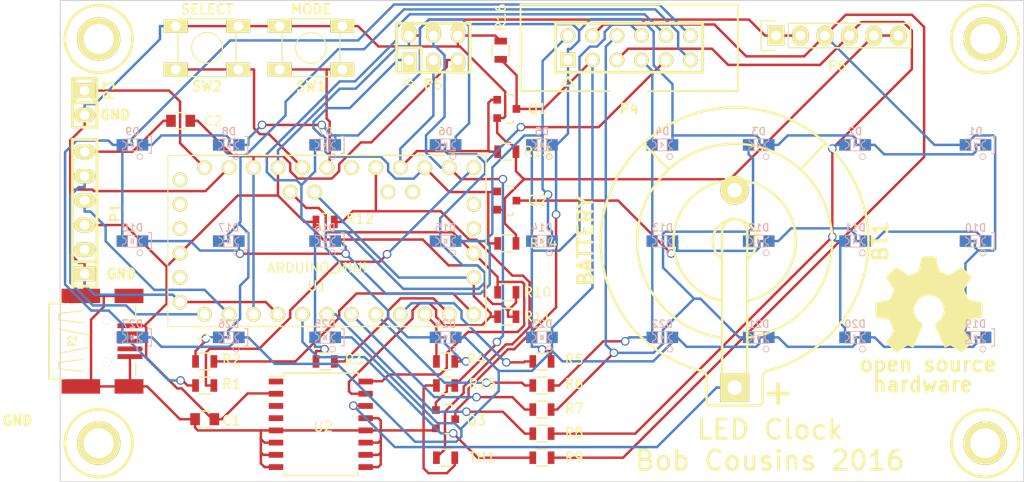
<source format=kicad_pcb>
(kicad_pcb (version 4) (host pcbnew 4.0.0-stable)
  (layers (0 F.Cu signal) (31 B.Cu signal) (34 B.Paste user) (35 F.Paste user) (36 B.SilkS user hide) (37 F.SilkS user) (38 B.Mask user) (39 F.Mask user) (44 Edge.Cuts user))
  (net 0 "")
  (net 1 +5V)
  (net 2 /MISO)
  (net 3 /MOSI)
  (net 4 /SCK)
  (net 5 /SCL)
  (net 6 /SDA)
  (net 7 /SW1)
  (net 8 /SW2)
  (net 9 /VIN)
  (net 10 /~RST)
  (net 11 COL1)
  (net 12 COL2)
  (net 13 COL3)
  (net 14 COL4)
  (net 15 COL5)
  (net 16 COL6)
  (net 17 COL7)
  (net 18 COL8)
  (net 19 COL9)
  (net 20 GND)
  (net 21 ROW1)
  (net 22 ROW2)
  (net 23 ROW3)
  (net 24 RX)
  (net 25 TX)
  (net 26 "Net-(BT1-Pad1)")
  (net 27 "Net-(C2-Pad1)")
  (net 28 "Net-(P1-Pad2)")
  (net 29 "Net-(P2-Pad3)")
  (net 30 "Net-(P2-Pad2)")
  (net 31 "Net-(R1-Pad1)")
  (net 32 "Net-(R2-Pad1)")
  (net 33 "Net-(R3-Pad1)")
  (net 34 "Net-(R4-Pad1)")
  (net 35 "Net-(R5-Pad1)")
  (net 36 "Net-(R6-Pad1)")
  (net 37 "Net-(R7-Pad1)")
  (net 38 "Net-(R8-Pad1)")
  (net 39 "Net-(R9-Pad1)")
  (net 40 "Net-(R12-Pad2)")
  (net 41 "Net-(U1-PadA6)")
  (net 42 "Net-(U1-PadA7)")
  (net 43 "Net-(U1-PadA1)")
  (net 44 "Net-(U1-PadRX)")
  (net 45 "Net-(U1-PadTX)")
  (net 46 "Net-(U1-PadIO7)")
  (net 47 "Net-(U2-Pad1)")
  (net 48 "Net-(U2-Pad3)")
  (net 49 "Net-(U2-Pad4)")
  (module TO_SOT_Packages_SMD:SOT-23 (layer F.Cu) (at 122.555 72.39 270)
    (fp_text reference Q2 (at 0 -3.175 360) (layer F.SilkS))
    (fp_text value BSS138)
    (pad 1 smd rect (at -0.95 1.00076 270) (size 0.8001 0.8001) (layers F.Cu F.Paste F.Mask) (net 2 /MISO))
    (pad 2 smd rect (at 0.95 1.00076 270) (size 0.8001 0.8001) (layers F.Cu F.Paste F.Mask) (net 20 GND))
    (pad 3 smd rect (at 0 -0.99822 270) (size 0.8001 0.8001) (layers F.Cu F.Paste F.Mask) (net 22 ROW2))
  )
  (module Housings_SOIC:SOIC-16_7.5x10.3mm_Pitch1.27mm (layer F.Cu) (at 103.251 95.631)
    (fp_text reference U2 (at 0.254 0.254) (layer F.SilkS))
    (fp_text value DS3231N)
    (pad 1 smd rect (at -4.65 -4.445) (size 1.5 0.6) (layers F.Cu F.Paste F.Mask) (net 47 "Net-(U2-Pad1)"))
    (pad 2 smd rect (at -4.65 -3.175) (size 1.5 0.6) (layers F.Cu F.Paste F.Mask) (net 1 +5V))
    (pad 3 smd rect (at -4.65 -1.905) (size 1.5 0.6) (layers F.Cu F.Paste F.Mask) (net 48 "Net-(U2-Pad3)"))
    (pad 4 smd rect (at -4.65 -0.635) (size 1.5 0.6) (layers F.Cu F.Paste F.Mask) (net 49 "Net-(U2-Pad4)"))
    (pad 5 smd rect (at -4.65 0.635) (size 1.5 0.6) (layers F.Cu F.Paste F.Mask) (net 20 GND))
    (pad 6 smd rect (at -4.65 1.905) (size 1.5 0.6) (layers F.Cu F.Paste F.Mask) (net 20 GND))
    (pad 7 smd rect (at -4.65 3.175) (size 1.5 0.6) (layers F.Cu F.Paste F.Mask) (net 20 GND))
    (pad 8 smd rect (at -4.65 4.445) (size 1.5 0.6) (layers F.Cu F.Paste F.Mask) (net 20 GND))
    (pad 9 smd rect (at 4.65 4.445) (size 1.5 0.6) (layers F.Cu F.Paste F.Mask) (net 20 GND))
    (pad 10 smd rect (at 4.65 3.175) (size 1.5 0.6) (layers F.Cu F.Paste F.Mask) (net 20 GND))
    (pad 11 smd rect (at 4.65 1.905) (size 1.5 0.6) (layers F.Cu F.Paste F.Mask) (net 20 GND))
    (pad 12 smd rect (at 4.65 0.635) (size 1.5 0.6) (layers F.Cu F.Paste F.Mask) (net 20 GND))
    (pad 13 smd rect (at 4.65 -0.635) (size 1.5 0.6) (layers F.Cu F.Paste F.Mask) (net 20 GND))
    (pad 14 smd rect (at 4.65 -1.905) (size 1.5 0.6) (layers F.Cu F.Paste F.Mask) (net 26 "Net-(BT1-Pad1)"))
    (pad 15 smd rect (at 4.65 -3.175) (size 1.5 0.6) (layers F.Cu F.Paste F.Mask) (net 6 /SDA))
    (pad 16 smd rect (at 4.65 -4.445) (size 1.5 0.6) (layers F.Cu F.Paste F.Mask) (net 5 /SCL))
  )
  (module w_battery_holders:keystone_106 (layer F.Cu) (at 146.2 76.6 270)
    (fp_text reference BT1 (at 0 -15.113 270) (layer F.SilkS) (effects (font (thickness 0.3048))))
    (fp_text value BATTERY (at 0 15.494 270) (layer F.SilkS) (effects (font (thickness 0.3048))))
    (pad 2 thru_hole circle (at -5.2832 0 270) (size 2.99974 2.99974) (drill 1.4986) (layers *.Cu *.Mask F.SilkS) (net 20 GND))
    (pad 1 thru_hole rect (at 15.2146 0 270) (size 2.9972 2.9972) (drill 1.4986) (layers *.Cu *.Mask F.SilkS) (net 26 "Net-(BT1-Pad1)"))
  )
  (module Capacitors_SMD:C_0805 (layer F.Cu) (at 91.2 95.1 180)
    (fp_text reference C1 (at -2.78 -0.15 180) (layer F.SilkS))
    (fp_text value 100nF)
    (pad 1 smd rect (at -1 0 180) (size 1 1.25) (layers F.Cu F.Paste F.Mask) (net 1 +5V))
    (pad 2 smd rect (at 1 0 180) (size 1 1.25) (layers F.Cu F.Paste F.Mask) (net 20 GND))
  )
  (module Capacitors_SMD:C_0805 (layer F.Cu) (at 88.7 64.1)
    (fp_text reference C2 (at 3.375 0.035) (layer F.SilkS))
    (fp_text value 100nF)
    (pad 1 smd rect (at -1 0) (size 1 1.25) (layers F.Cu F.Paste F.Mask) (net 27 "Net-(C2-Pad1)"))
    (pad 2 smd rect (at 1 0) (size 1 1.25) (layers F.Cu F.Paste F.Mask) (net 10 /~RST))
  )
  (module RMC:HOLE_M3 (layer F.Cu) (at 80.2 55.6)
    (fp_text reference H1 hide)
    (fp_text value HOLE_RMC hide)
    (pad "" thru_hole circle (at 0 0) (size 4.50088 4.50088) (drill 3.0988) (layers *.Cu *.Mask F.SilkS))
  )
  (module RMC:HOLE_M3 (layer F.Cu) (at 80.2 97.6)
    (fp_text reference H2 hide)
    (fp_text value HOLE_RMC hide)
    (pad "" thru_hole circle (at 0 0) (size 4.50088 4.50088) (drill 3.0988) (layers *.Cu *.Mask F.SilkS))
  )
  (module RMC:HOLE_M3 (layer F.Cu) (at 172.2 55.6)
    (fp_text reference H3 hide)
    (fp_text value HOLE_RMC hide)
    (pad "" thru_hole circle (at 0 0) (size 4.50088 4.50088) (drill 3.0988) (layers *.Cu *.Mask F.SilkS))
  )
  (module RMC:HOLE_M3 (layer F.Cu) (at 172.2 97.6)
    (fp_text reference H4 hide)
    (fp_text value HOLE_RMC hide)
    (pad "" thru_hole circle (at 0 0) (size 4.50088 4.50088) (drill 3.0988) (layers *.Cu *.Mask F.SilkS))
  )
  (module RMC:OSHW_logo_2 (layer F.Cu) (at 166.37 83.185)
    (fp_text reference M2 hide)
    (fp_text value LOGO_OSHW hide)
    (fp_text user hardware (at -0.64516 8.30072) (layer F.SilkS) (effects (font (thickness 0.3048))))
    (fp_text user "open source" (at -0.09906 6.20014) (layer F.SilkS) (effects (font (thickness 0.3048))))
  )
  (module w_pin_strip:pin_strip_6 (layer F.Cu) (at 78.74 73.66 90)
    (fp_text reference P1 (at 0 3.175 90) (layer F.SilkS) (effects (font (size 1.016 1.016) (thickness 0.2032))))
    (fp_text value SERIAL hide)
    (pad 1 thru_hole rect (at -6.35 0 90) (size 1.524 2.19964) (drill 1.00076) (layers *.Cu *.Mask F.SilkS) (net 20 GND))
    (pad 2 thru_hole oval (at -3.81 0 90) (size 1.524 2.19964) (drill 1.00076) (layers *.Cu *.Mask F.SilkS) (net 28 "Net-(P1-Pad2)"))
    (pad 3 thru_hole oval (at -1.27 0 90) (size 1.524 2.19964) (drill 1.00076) (layers *.Cu *.Mask F.SilkS) (net 1 +5V))
    (pad 4 thru_hole oval (at 1.27 0 90) (size 1.524 2.19964) (drill 1.00076) (layers *.Cu *.Mask F.SilkS) (net 24 RX))
    (pad 5 thru_hole oval (at 3.81 0 90) (size 1.524 2.19964) (drill 1.00076) (layers *.Cu *.Mask F.SilkS) (net 25 TX))
    (pad 6 thru_hole oval (at 6.35 0 90) (size 1.524 2.19964) (drill 1.00076) (layers *.Cu *.Mask F.SilkS) (net 27 "Net-(C2-Pad1)"))
  )
  (module RMC:CONN_MiniAB_SMT_RMC (layer F.Cu) (at 80.645 86.995)
    (fp_text reference P2 (at -3.175 0 90) (layer F.SilkS) (effects (font (size 0.8636 0.5588) (thickness 0.1397))))
    (fp_text value USBCONN hide)
    (pad 3 smd rect (at 2.8 0) (size 2.6 0.50038) (layers F.Cu F.Paste F.Mask) (net 29 "Net-(P2-Pad3)"))
    (pad 2 smd rect (at 2.8 -0.8) (size 2.6 0.50038) (layers F.Cu F.Paste F.Mask) (net 30 "Net-(P2-Pad2)"))
    (pad 4 smd rect (at 2.8 1.6) (size 2.6 0.50038) (layers F.Cu F.Paste F.Mask) (net 20 GND))
    (pad 5 smd rect (at -2.3 -4.7) (size 4 1.50114) (layers F.Cu F.Paste F.Mask) (net 20 GND))
    (pad 5 smd rect (at 2.7 -4.7) (size 3 1.50114) (layers F.Cu F.Paste F.Mask) (net 20 GND))
    (pad 5 smd rect (at -2.3 4.7) (size 4 1.50114) (layers F.Cu F.Paste F.Mask) (net 20 GND))
    (pad 5 smd rect (at 2.7 4.7) (size 3 1.50114) (layers F.Cu F.Paste F.Mask) (net 20 GND))
    (pad 6 smd rect (at 2.8 0.8) (size 2.6 0.50038) (layers F.Cu F.Paste F.Mask))
    (pad 7 thru_hole circle (at 0.39878 -2.19964) (size 0.89916 0.89916) (drill 0.89916) (layers *.Cu *.SilkS *.Mask))
    (pad 7 thru_hole circle (at 0.39878 2.19964) (size 0.89916 0.89916) (drill 0.89916) (layers *.Cu *.SilkS *.Mask))
    (pad 1 smd rect (at 2.8 -1.6) (size 2.6 0.50038) (layers F.Cu F.Paste F.Mask) (net 1 +5V))
  )
  (module w_pin_strip:pin_strip_2 (layer F.Cu) (at 78.74 62.23 270)
    (fp_text reference P3 (at -1.27 -2.54 270) (layer F.SilkS) (effects (font (size 1.016 1.016) (thickness 0.2032))))
    (fp_text value "5-9V IN" hide)
    (pad 1 thru_hole rect (at -1.27 0 270) (size 1.524 2.19964) (drill 1.00076) (layers *.Cu *.Mask F.SilkS) (net 9 /VIN))
    (pad 2 thru_hole oval (at 1.27 0 270) (size 1.524 2.19964) (drill 1.00076) (layers *.Cu *.Mask F.SilkS) (net 20 GND))
  )
  (module RMC:PIN_ARRAY_6x2_RMC (layer F.Cu) (at 135.255 56.515)
    (fp_text reference P4 (at 0 6.35) (layer F.SilkS) (effects (font (size 1.016 1.016) (thickness 0.2032))))
    (fp_text value LEDS hide)
    (pad 1 thru_hole rect (at -6.35 1.27) (size 1.524 1.524) (drill 1.016) (layers *.Cu *.Mask F.SilkS) (net 21 ROW1))
    (pad 2 thru_hole circle (at -6.35 -1.27) (size 1.524 1.524) (drill 1.016) (layers *.Cu *.Mask F.SilkS) (net 22 ROW2))
    (pad 3 thru_hole circle (at -3.81 1.27) (size 1.524 1.524) (drill 1.016) (layers *.Cu *.Mask F.SilkS) (net 23 ROW3))
    (pad 4 thru_hole circle (at -3.81 -1.27) (size 1.524 1.524) (drill 1.016) (layers *.Cu *.Mask F.SilkS) (net 11 COL1))
    (pad 5 thru_hole circle (at -1.27 1.27) (size 1.524 1.524) (drill 1.016) (layers *.Cu *.Mask F.SilkS) (net 12 COL2))
    (pad 6 thru_hole circle (at -1.27 -1.27) (size 1.524 1.524) (drill 1.016) (layers *.Cu *.Mask F.SilkS) (net 13 COL3))
    (pad 7 thru_hole circle (at 1.27 1.27) (size 1.524 1.524) (drill 1.016) (layers *.Cu *.Mask F.SilkS) (net 14 COL4))
    (pad 8 thru_hole circle (at 1.27 -1.27) (size 1.524 1.524) (drill 1.016) (layers *.Cu *.Mask F.SilkS) (net 15 COL5))
    (pad 9 thru_hole circle (at 3.81 1.27) (size 1.524 1.524) (drill 1.016) (layers *.Cu *.Mask F.SilkS) (net 16 COL6))
    (pad 10 thru_hole circle (at 3.81 -1.27) (size 1.524 1.524) (drill 1.016) (layers *.Cu *.Mask F.SilkS) (net 17 COL7))
    (pad 11 thru_hole circle (at 6.35 1.27) (size 1.524 1.524) (drill 1.016) (layers *.Cu *.Mask F.SilkS) (net 18 COL8))
    (pad 12 thru_hole circle (at 6.35 -1.27) (size 1.524 1.524) (drill 1.016) (layers *.Cu *.Mask F.SilkS) (net 19 COL9))
  )
  (module w_pin_strip:pin_strip_3x2 (layer F.Cu) (at 114.935 56.515)
    (fp_text reference P5 (at 0 3.81) (layer F.SilkS) (effects (font (size 1.016 1.016) (thickness 0.2032))))
    (fp_text value ICSP hide)
    (pad 1 thru_hole rect (at -2.54 1.27) (size 1.524 1.99898) (drill 1.00076 (offset 0 0.24892)) (layers *.Cu *.Mask F.SilkS) (net 2 /MISO))
    (pad 2 thru_hole oval (at -2.54 -1.27) (size 1.524 1.99898) (drill 1.00076 (offset 0 -0.24892)) (layers *.Cu *.Mask F.SilkS) (net 1 +5V))
    (pad 3 thru_hole oval (at 0 1.27) (size 1.524 1.99898) (drill 1.00076 (offset 0 0.24892)) (layers *.Cu *.Mask F.SilkS) (net 4 /SCK))
    (pad 4 thru_hole oval (at 0 -1.27) (size 1.524 1.99898) (drill 1.00076 (offset 0 -0.24892)) (layers *.Cu *.Mask F.SilkS) (net 3 /MOSI))
    (pad 5 thru_hole oval (at 2.54 1.27) (size 1.524 1.99898) (drill 1.00076 (offset 0 0.24892)) (layers *.Cu *.Mask F.SilkS) (net 10 /~RST))
    (pad 6 thru_hole oval (at 2.54 -1.27) (size 1.524 1.99898) (drill 1.00076 (offset 0 -0.24892)) (layers *.Cu *.Mask F.SilkS) (net 20 GND))
  )
  (module Pin_Headers:Pin_Header_Straight_1x06 (layer F.Cu) (at 150.495 55.245 90)
    (fp_text reference P6 (at -3.175 6.35 180) (layer F.SilkS))
    (fp_text value CONN_6)
    (pad 1 thru_hole rect (at 0 0 90) (size 2.032 1.7272) (drill 1.016) (layers *.Cu *.Mask F.SilkS) (net 1 +5V))
    (pad 2 thru_hole oval (at 0 2.54 90) (size 2.032 1.7272) (drill 1.016) (layers *.Cu *.Mask F.SilkS) (net 1 +5V))
    (pad 3 thru_hole oval (at 0 5.08 90) (size 2.032 1.7272) (drill 1.016) (layers *.Cu *.Mask F.SilkS) (net 11 COL1))
    (pad 4 thru_hole oval (at 0 7.62 90) (size 2.032 1.7272) (drill 1.016) (layers *.Cu *.Mask F.SilkS) (net 12 COL2))
    (pad 5 thru_hole oval (at 0 10.16 90) (size 2.032 1.7272) (drill 1.016) (layers *.Cu *.Mask F.SilkS) (net 20 GND))
    (pad 6 thru_hole oval (at 0 12.7 90) (size 2.032 1.7272) (drill 1.016) (layers *.Cu *.Mask F.SilkS) (net 20 GND))
  )
  (module TO_SOT_Packages_SMD:SOT-23 (layer F.Cu) (at 122.555 62.865 270)
    (fp_text reference Q1 (at 0 -3.175 360) (layer F.SilkS))
    (fp_text value BSS138)
    (pad 1 smd rect (at -0.95 1.00076 270) (size 0.8001 0.8001) (layers F.Cu F.Paste F.Mask) (net 4 /SCK))
    (pad 2 smd rect (at 0.95 1.00076 270) (size 0.8001 0.8001) (layers F.Cu F.Paste F.Mask) (net 20 GND))
    (pad 3 smd rect (at 0 -0.99822 270) (size 0.8001 0.8001) (layers F.Cu F.Paste F.Mask) (net 23 ROW3))
  )
  (module TO_SOT_Packages_SMD:SOT-23 (layer F.Cu) (at 116.2 95.1 270)
    (fp_text reference Q3 (at 0.15 -3.18 360) (layer F.SilkS))
    (fp_text value BSS138)
    (pad 1 smd rect (at -0.95 1.00076 270) (size 0.8001 0.8001) (layers F.Cu F.Paste F.Mask) (net 3 /MOSI))
    (pad 2 smd rect (at 0.95 1.00076 270) (size 0.8001 0.8001) (layers F.Cu F.Paste F.Mask) (net 20 GND))
    (pad 3 smd rect (at 0 -0.99822 270) (size 0.8001 0.8001) (layers F.Cu F.Paste F.Mask) (net 21 ROW1))
  )
  (module Resistors_SMD:R_0805 (layer F.Cu) (at 91.2 91.6 180)
    (fp_text reference R1 (at -2.78 0.16 180) (layer F.SilkS))
    (fp_text value 220)
    (pad 1 smd rect (at -0.95 0 180) (size 0.7 1.3) (layers F.Cu F.Paste F.Mask) (net 31 "Net-(R1-Pad1)"))
    (pad 2 smd rect (at 0.95 0 180) (size 0.7 1.3) (layers F.Cu F.Paste F.Mask) (net 19 COL9))
  )
  (module Resistors_SMD:R_0805 (layer F.Cu) (at 91.2 89.1 180)
    (fp_text reference R2 (at -2.78 0.2 180) (layer F.SilkS))
    (fp_text value 220)
    (pad 1 smd rect (at -0.95 0 180) (size 0.7 1.3) (layers F.Cu F.Paste F.Mask) (net 32 "Net-(R2-Pad1)"))
    (pad 2 smd rect (at 0.95 0 180) (size 0.7 1.3) (layers F.Cu F.Paste F.Mask) (net 18 COL8))
  )
  (module Resistors_SMD:R_0805 (layer F.Cu) (at 103.7 89.1 180)
    (fp_text reference R3 (at -2.98 0.2 180) (layer F.SilkS))
    (fp_text value 220)
    (pad 1 smd rect (at -0.95 0 180) (size 0.7 1.3) (layers F.Cu F.Paste F.Mask) (net 33 "Net-(R3-Pad1)"))
    (pad 2 smd rect (at 0.95 0 180) (size 0.7 1.3) (layers F.Cu F.Paste F.Mask) (net 17 COL7))
  )
  (module Resistors_SMD:R_0805 (layer F.Cu) (at 116.2 89.1)
    (fp_text reference R4 (at 3.18 -0.2) (layer F.SilkS))
    (fp_text value 220)
    (pad 1 smd rect (at -0.95 0) (size 0.7 1.3) (layers F.Cu F.Paste F.Mask) (net 34 "Net-(R4-Pad1)"))
    (pad 2 smd rect (at 0.95 0) (size 0.7 1.3) (layers F.Cu F.Paste F.Mask) (net 16 COL6))
  )
  (module Resistors_SMD:R_0805 (layer F.Cu) (at 126.2 89.1)
    (fp_text reference R5 (at 3.34 -0.2) (layer F.SilkS))
    (fp_text value 220)
    (pad 1 smd rect (at -0.95 0) (size 0.7 1.3) (layers F.Cu F.Paste F.Mask) (net 35 "Net-(R5-Pad1)"))
    (pad 2 smd rect (at 0.95 0) (size 0.7 1.3) (layers F.Cu F.Paste F.Mask) (net 15 COL5))
  )
  (module Resistors_SMD:R_0805 (layer F.Cu) (at 126.2 91.6)
    (fp_text reference R6 (at 3.34 -0.16) (layer F.SilkS))
    (fp_text value 220)
    (pad 1 smd rect (at -0.95 0) (size 0.7 1.3) (layers F.Cu F.Paste F.Mask) (net 36 "Net-(R6-Pad1)"))
    (pad 2 smd rect (at 0.95 0) (size 0.7 1.3) (layers F.Cu F.Paste F.Mask) (net 14 COL4))
  )
  (module Resistors_SMD:R_0805 (layer F.Cu) (at 126.2 94.1)
    (fp_text reference R7 (at 3.34 -0.12) (layer F.SilkS))
    (fp_text value 220)
    (pad 1 smd rect (at -0.95 0) (size 0.7 1.3) (layers F.Cu F.Paste F.Mask) (net 37 "Net-(R7-Pad1)"))
    (pad 2 smd rect (at 0.95 0) (size 0.7 1.3) (layers F.Cu F.Paste F.Mask) (net 13 COL3))
  )
  (module Resistors_SMD:R_0805 (layer F.Cu) (at 126.2 96.6)
    (fp_text reference R8 (at 3.34 -0.08) (layer F.SilkS))
    (fp_text value 220)
    (pad 1 smd rect (at -0.95 0) (size 0.7 1.3) (layers F.Cu F.Paste F.Mask) (net 38 "Net-(R8-Pad1)"))
    (pad 2 smd rect (at 0.95 0) (size 0.7 1.3) (layers F.Cu F.Paste F.Mask) (net 12 COL2))
  )
  (module Resistors_SMD:R_0805 (layer F.Cu) (at 126.2 99.1)
    (fp_text reference R9 (at 3.34 -0.04) (layer F.SilkS))
    (fp_text value 220)
    (pad 1 smd rect (at -0.95 0) (size 0.7 1.3) (layers F.Cu F.Paste F.Mask) (net 39 "Net-(R9-Pad1)"))
    (pad 2 smd rect (at 0.95 0) (size 0.7 1.3) (layers F.Cu F.Paste F.Mask) (net 11 COL1))
  )
  (module Resistors_SMD:R_0805 (layer F.Cu) (at 122.555 81.915)
    (fp_text reference R10 (at 3.175 0) (layer F.SilkS))
    (fp_text value 4k7)
    (pad 1 smd rect (at -0.95 0) (size 0.7 1.3) (layers F.Cu F.Paste F.Mask) (net 5 /SCL))
    (pad 2 smd rect (at 0.95 0) (size 0.7 1.3) (layers F.Cu F.Paste F.Mask) (net 1 +5V))
  )
  (module Resistors_SMD:R_0805 (layer F.Cu) (at 122.555 84.455)
    (fp_text reference R11 (at 3.175 0) (layer F.SilkS))
    (fp_text value 4k7)
    (pad 1 smd rect (at -0.95 0) (size 0.7 1.3) (layers F.Cu F.Paste F.Mask) (net 6 /SDA))
    (pad 2 smd rect (at 0.95 0) (size 0.7 1.3) (layers F.Cu F.Paste F.Mask) (net 1 +5V))
  )
  (module Resistors_SMD:R_0805 (layer F.Cu) (at 103.7 74.6)
    (fp_text reference R12 (at 3.615 -0.305) (layer F.SilkS))
    (fp_text value 4k7)
    (pad 1 smd rect (at -0.95 0) (size 0.7 1.3) (layers F.Cu F.Paste F.Mask) (net 1 +5V))
    (pad 2 smd rect (at 0.95 0) (size 0.7 1.3) (layers F.Cu F.Paste F.Mask) (net 40 "Net-(R12-Pad2)"))
  )
  (module Resistors_SMD:R_0805 (layer F.Cu) (at 122.555 67.31)
    (fp_text reference R13 (at 3.175 0) (layer F.SilkS))
    (fp_text value 10k)
    (pad 1 smd rect (at -0.95 0) (size 0.7 1.3) (layers F.Cu F.Paste F.Mask) (net 4 /SCK))
    (pad 2 smd rect (at 0.95 0) (size 0.7 1.3) (layers F.Cu F.Paste F.Mask) (net 20 GND))
  )
  (module Resistors_SMD:R_0805 (layer F.Cu) (at 122.555 76.835)
    (fp_text reference R14 (at 3.81 0) (layer F.SilkS))
    (fp_text value 10k)
    (pad 1 smd rect (at -0.95 0) (size 0.7 1.3) (layers F.Cu F.Paste F.Mask) (net 2 /MISO))
    (pad 2 smd rect (at 0.95 0) (size 0.7 1.3) (layers F.Cu F.Paste F.Mask) (net 20 GND))
  )
  (module Resistors_SMD:R_0805 (layer F.Cu) (at 116.2 91.6 180)
    (fp_text reference R15 (at -3.815 0.16 180) (layer F.SilkS))
    (fp_text value 10k)
    (pad 1 smd rect (at -0.95 0 180) (size 0.7 1.3) (layers F.Cu F.Paste F.Mask) (net 3 /MOSI))
    (pad 2 smd rect (at 0.95 0 180) (size 0.7 1.3) (layers F.Cu F.Paste F.Mask) (net 20 GND))
  )
  (module Resistors_SMD:R_0805 (layer F.Cu) (at 121.92 56.769 90)
    (fp_text reference R16 (at 3.429 0 90) (layer F.SilkS))
    (fp_text value 0R)
    (pad 1 smd rect (at -0.95 0 90) (size 0.7 1.3) (layers F.Cu F.Paste F.Mask) (net 23 ROW3))
    (pad 2 smd rect (at 0.95 0 90) (size 0.7 1.3) (layers F.Cu F.Paste F.Mask) (net 20 GND))
  )
  (module RMC:SW_6x6_MULTI (layer F.Cu) (at 102.235 56.515 180)
    (fp_text reference SW1 (at 0 -4.0005 180) (layer F.SilkS) (effects (font (size 1.016 1.016) (thickness 0.2032))))
    (fp_text value MODE (at 0 4.0005 180) (layer F.SilkS) (effects (font (size 1.016 1.016) (thickness 0.2032))))
    (pad 1 thru_hole rect (at 3.24866 -2.25044 180) (size 2.49936 1.397) (drill 1.00076) (layers *.Cu *.Mask F.SilkS) (net 7 /SW1))
    (pad 2 thru_hole rect (at 3.24866 2.25044 180) (size 2.49936 1.397) (drill 1.00076) (layers *.Cu *.Mask F.SilkS) (net 20 GND))
    (pad 1 thru_hole rect (at -3.2512 -2.25044 180) (size 2.49936 1.397) (drill 1.00076) (layers *.Cu *.Mask F.SilkS) (net 7 /SW1))
    (pad 2 thru_hole rect (at -3.2512 2.25044 180) (size 2.49936 1.397) (drill 1.00076) (layers *.Cu *.Mask F.SilkS) (net 20 GND))
  )
  (module RMC:SW_6x6_MULTI (layer F.Cu) (at 91.44 56.515 180)
    (fp_text reference SW2 (at 0 -4.0005 180) (layer F.SilkS) (effects (font (size 1.016 1.016) (thickness 0.2032))))
    (fp_text value SELECT (at 0 4.0005 180) (layer F.SilkS) (effects (font (size 1.016 1.016) (thickness 0.2032))))
    (pad 1 thru_hole rect (at 3.24866 -2.25044 180) (size 2.49936 1.397) (drill 1.00076) (layers *.Cu *.Mask F.SilkS) (net 8 /SW2))
    (pad 2 thru_hole rect (at 3.24866 2.25044 180) (size 2.49936 1.397) (drill 1.00076) (layers *.Cu *.Mask F.SilkS) (net 20 GND))
    (pad 1 thru_hole rect (at -3.2512 -2.25044 180) (size 2.49936 1.397) (drill 1.00076) (layers *.Cu *.Mask F.SilkS) (net 8 /SW2))
    (pad 2 thru_hole rect (at -3.2512 2.25044 180) (size 2.49936 1.397) (drill 1.00076) (layers *.Cu *.Mask F.SilkS) (net 20 GND))
  )
  (module Resistors_SMD:R_0805 (layer F.Cu) (at 116.2 99.1)
    (fp_text reference TH1 (at 3.815 -0.04) (layer F.SilkS))
    (fp_text value 10k)
    (pad 1 smd rect (at -0.95 0) (size 0.7 1.3) (layers F.Cu F.Paste F.Mask) (net 40 "Net-(R12-Pad2)"))
    (pad 2 smd rect (at 0.95 0) (size 0.7 1.3) (layers F.Cu F.Paste F.Mask) (net 20 GND))
  )
  (module RMC:ARDUINO_MINI (layer F.Cu) (at 91.186 84.201 90)
    (fp_text reference U1 (at 2.921 11.684 180) (layer F.SilkS))
    (fp_text value ARDUINO_MINI (at 4.826 11.684 180) (layer F.SilkS))
    (pad 0 thru_hole circle (at 0 2.54 90) (size 1.524 1.524) (drill 1.016) (layers *.Cu *.Mask F.SilkS) (net 24 RX))
    (pad RST thru_hole circle (at 0 5.08 90) (size 1.524 1.524) (drill 1.016) (layers *.Cu *.Mask F.SilkS) (net 10 /~RST))
    (pad GND thru_hole circle (at 0 7.62 90) (size 1.524 1.524) (drill 1.016) (layers *.Cu *.Mask F.SilkS) (net 20 GND))
    (pad 1 thru_hole circle (at 0 0 90) (size 1.524 1.524) (drill 1.016) (layers *.Cu *.Mask F.SilkS) (net 25 TX))
    (pad 2 thru_hole circle (at 0 10.16 90) (size 1.524 1.524) (drill 1.016) (layers *.Cu *.Mask F.SilkS) (net 39 "Net-(R9-Pad1)"))
    (pad 3 thru_hole circle (at 0 12.7 90) (size 1.524 1.524) (drill 1.016) (layers *.Cu *.Mask F.SilkS) (net 38 "Net-(R8-Pad1)"))
    (pad 4 thru_hole circle (at 0 15.24 90) (size 1.524 1.524) (drill 1.016) (layers *.Cu *.Mask F.SilkS) (net 37 "Net-(R7-Pad1)"))
    (pad 5 thru_hole circle (at 0 17.78 90) (size 1.524 1.524) (drill 1.016) (layers *.Cu *.Mask F.SilkS) (net 36 "Net-(R6-Pad1)"))
    (pad 6 thru_hole circle (at 0 20.32 90) (size 1.524 1.524) (drill 1.016) (layers *.Cu *.Mask F.SilkS) (net 35 "Net-(R5-Pad1)"))
    (pad 7 thru_hole circle (at 0 22.86 90) (size 1.524 1.524) (drill 1.016) (layers *.Cu *.Mask F.SilkS) (net 34 "Net-(R4-Pad1)"))
    (pad 8 thru_hole circle (at 0 25.4 90) (size 1.524 1.524) (drill 1.016) (layers *.Cu *.Mask F.SilkS) (net 33 "Net-(R3-Pad1)"))
    (pad 9 thru_hole circle (at 0 27.94 90) (size 1.524 1.524) (drill 1.016) (layers *.Cu *.Mask F.SilkS) (net 32 "Net-(R2-Pad1)"))
    (pad A4 thru_hole circle (at 3.81 27.94 90) (size 1.524 1.524) (drill 1.016) (layers *.Cu *.Mask F.SilkS) (net 6 /SDA))
    (pad A5 thru_hole circle (at 6.35 27.94 90) (size 1.524 1.524) (drill 1.016) (layers *.Cu *.Mask F.SilkS) (net 5 /SCL))
    (pad A6 thru_hole circle (at 8.89 27.94 90) (size 1.524 1.524) (drill 1.016) (layers *.Cu *.Mask F.SilkS) (net 41 "Net-(U1-PadA6)"))
    (pad A7 thru_hole circle (at 11.43 27.94 90) (size 1.524 1.524) (drill 1.016) (layers *.Cu *.Mask F.SilkS) (net 42 "Net-(U1-PadA7)"))
    (pad 10 thru_hole circle (at 15.24 27.94 90) (size 1.524 1.524) (drill 1.016) (layers *.Cu *.Mask F.SilkS) (net 31 "Net-(R1-Pad1)"))
    (pad 11 thru_hole circle (at 15.24 25.4 90) (size 1.524 1.524) (drill 1.016) (layers *.Cu *.Mask F.SilkS) (net 3 /MOSI))
    (pad 12 thru_hole circle (at 15.24 22.86 90) (size 1.524 1.524) (drill 1.016) (layers *.Cu *.Mask F.SilkS) (net 2 /MISO))
    (pad 13 thru_hole circle (at 15.24 20.32 90) (size 1.524 1.524) (drill 1.016) (layers *.Cu *.Mask F.SilkS) (net 4 /SCK))
    (pad A0 thru_hole circle (at 15.24 17.78 90) (size 1.524 1.524) (drill 1.016) (layers *.Cu *.Mask F.SilkS) (net 40 "Net-(R12-Pad2)"))
    (pad A1 thru_hole circle (at 15.24 15.24 90) (size 1.524 1.524) (drill 1.016) (layers *.Cu *.Mask F.SilkS) (net 43 "Net-(U1-PadA1)"))
    (pad A2 thru_hole circle (at 15.24 12.7 90) (size 1.524 1.524) (drill 1.016) (layers *.Cu *.Mask F.SilkS) (net 7 /SW1))
    (pad A3 thru_hole circle (at 15.24 10.16 90) (size 1.524 1.524) (drill 1.016) (layers *.Cu *.Mask F.SilkS) (net 8 /SW2))
    (pad +5V thru_hole circle (at 15.24 7.62 90) (size 1.524 1.524) (drill 1.016) (layers *.Cu *.Mask F.SilkS) (net 1 +5V))
    (pad RST thru_hole circle (at 15.24 5.08 90) (size 1.524 1.524) (drill 1.016) (layers *.Cu *.Mask F.SilkS) (net 10 /~RST))
    (pad GND thru_hole circle (at 15.24 2.54 90) (size 1.524 1.524) (drill 1.016) (layers *.Cu *.Mask F.SilkS) (net 20 GND))
    (pad VIN thru_hole circle (at 15.24 0 90) (size 1.524 1.524) (drill 1.016) (layers *.Cu *.Mask F.SilkS) (net 9 /VIN))
    (pad GND thru_hole circle (at 1.27 -2.54 90) (size 1.524 1.524) (drill 1.016) (layers *.Cu *.Mask F.SilkS) (net 20 GND))
    (pad +5V thru_hole circle (at 6.35 -2.54 90) (size 1.524 1.524) (drill 1.016) (layers *.Cu *.Mask F.SilkS) (net 1 +5V))
    (pad RX thru_hole circle (at 8.89 -2.54 90) (size 1.524 1.524) (drill 1.016) (layers *.Cu *.Mask F.SilkS) (net 44 "Net-(U1-PadRX)"))
    (pad TX thru_hole circle (at 11.43 -2.54 90) (size 1.524 1.524) (drill 1.016) (layers *.Cu *.Mask F.SilkS) (net 45 "Net-(U1-PadTX)"))
    (pad IO7 thru_hole circle (at 13.97 -2.54 90) (size 1.524 1.524) (drill 1.016) (layers *.Cu *.Mask F.SilkS) (net 46 "Net-(U1-PadIO7)"))
    (pad A6 thru_hole circle (at 12.7 21.59 90) (size 1.524 1.524) (drill 1.016) (layers *.Cu *.Mask F.SilkS) (net 41 "Net-(U1-PadA6)"))
    (pad A7 thru_hole circle (at 12.7 19.05 90) (size 1.524 1.524) (drill 1.016) (layers *.Cu *.Mask F.SilkS) (net 42 "Net-(U1-PadA7)"))
    (pad A4 thru_hole circle (at 12.7 11.43 90) (size 1.524 1.524) (drill 1.016) (layers *.Cu *.Mask F.SilkS) (net 6 /SDA))
    (pad A5 thru_hole circle (at 12.7 8.89 90) (size 1.524 1.524) (drill 1.016) (layers *.Cu *.Mask F.SilkS) (net 5 /SCL))
    (pad "" thru_hole circle (at 3.81 -2.54 90) (size 1.524 1.524) (drill 1.016) (layers *.Cu *.Mask F.SilkS))
  )
  (module RMC:LED-0805_RED (layer B.Cu) (at 171.2 66.6)
    (fp_text reference D1 (at 0 -1.397) (layer B.SilkS) (effects (font (size 0.762 0.762) (thickness 0.127)) (justify mirror)))
    (fp_text value LED hide)
    (pad 2 smd rect (at -1.04902 0) (size 1.19888 1.19888) (layers B.Cu B.Paste B.Mask) (net 11 COL1))
    (pad 1 smd rect (at 1.04902 0) (size 1.19888 1.19888) (layers B.Cu B.Paste B.Mask) (net 21 ROW1))
  )
  (module RMC:LED-0805_RED (layer B.Cu) (at 83.7 86.6)
    (fp_text reference D27 (at 0 -1.397) (layer B.SilkS) (effects (font (size 0.762 0.762) (thickness 0.127)) (justify mirror)))
    (fp_text value LED hide)
    (pad 2 smd rect (at -1.04902 0) (size 1.19888 1.19888) (layers B.Cu B.Paste B.Mask) (net 19 COL9))
    (pad 1 smd rect (at 1.04902 0) (size 1.19888 1.19888) (layers B.Cu B.Paste B.Mask) (net 23 ROW3))
  )
  (module RMC:LED-0805_RED (layer B.Cu) (at 93.7 86.6)
    (fp_text reference D26 (at 0 -1.397) (layer B.SilkS) (effects (font (size 0.762 0.762) (thickness 0.127)) (justify mirror)))
    (fp_text value LED hide)
    (pad 2 smd rect (at -1.04902 0) (size 1.19888 1.19888) (layers B.Cu B.Paste B.Mask) (net 18 COL8))
    (pad 1 smd rect (at 1.04902 0) (size 1.19888 1.19888) (layers B.Cu B.Paste B.Mask) (net 23 ROW3))
  )
  (module RMC:LED-0805_RED (layer B.Cu) (at 103.7 86.6)
    (fp_text reference D25 (at 0 -1.397) (layer B.SilkS) (effects (font (size 0.762 0.762) (thickness 0.127)) (justify mirror)))
    (fp_text value LED hide)
    (pad 2 smd rect (at -1.04902 0) (size 1.19888 1.19888) (layers B.Cu B.Paste B.Mask) (net 17 COL7))
    (pad 1 smd rect (at 1.04902 0) (size 1.19888 1.19888) (layers B.Cu B.Paste B.Mask) (net 23 ROW3))
  )
  (module RMC:LED-0805_RED (layer B.Cu) (at 171.2 86.6)
    (fp_text reference D19 (at 0 -1.397) (layer B.SilkS) (effects (font (size 0.762 0.762) (thickness 0.127)) (justify mirror)))
    (fp_text value LED hide)
    (pad 2 smd rect (at -1.04902 0) (size 1.19888 1.19888) (layers B.Cu B.Paste B.Mask) (net 11 COL1))
    (pad 1 smd rect (at 1.04902 0) (size 1.19888 1.19888) (layers B.Cu B.Paste B.Mask) (net 23 ROW3))
  )
  (module RMC:LED-0805_RED (layer B.Cu) (at 83.7 76.6)
    (fp_text reference D18 (at 0 -1.397) (layer B.SilkS) (effects (font (size 0.762 0.762) (thickness 0.127)) (justify mirror)))
    (fp_text value LED hide)
    (pad 2 smd rect (at -1.04902 0) (size 1.19888 1.19888) (layers B.Cu B.Paste B.Mask) (net 19 COL9))
    (pad 1 smd rect (at 1.04902 0) (size 1.19888 1.19888) (layers B.Cu B.Paste B.Mask) (net 22 ROW2))
  )
  (module RMC:LED-0805_RED (layer B.Cu) (at 93.7 76.6)
    (fp_text reference D17 (at 0 -1.397) (layer B.SilkS) (effects (font (size 0.762 0.762) (thickness 0.127)) (justify mirror)))
    (fp_text value LED hide)
    (pad 2 smd rect (at -1.04902 0) (size 1.19888 1.19888) (layers B.Cu B.Paste B.Mask) (net 18 COL8))
    (pad 1 smd rect (at 1.04902 0) (size 1.19888 1.19888) (layers B.Cu B.Paste B.Mask) (net 22 ROW2))
  )
  (module RMC:LED-0805_RED (layer B.Cu) (at 103.7 76.6)
    (fp_text reference D16 (at 0 -1.397) (layer B.SilkS) (effects (font (size 0.762 0.762) (thickness 0.127)) (justify mirror)))
    (fp_text value LED hide)
    (pad 2 smd rect (at -1.04902 0) (size 1.19888 1.19888) (layers B.Cu B.Paste B.Mask) (net 17 COL7))
    (pad 1 smd rect (at 1.04902 0) (size 1.19888 1.19888) (layers B.Cu B.Paste B.Mask) (net 22 ROW2))
  )
  (module RMC:LED-0805_RED (layer B.Cu) (at 171.2 76.6)
    (fp_text reference D10 (at 0 -1.397) (layer B.SilkS) (effects (font (size 0.762 0.762) (thickness 0.127)) (justify mirror)))
    (fp_text value LED hide)
    (pad 2 smd rect (at -1.04902 0) (size 1.19888 1.19888) (layers B.Cu B.Paste B.Mask) (net 11 COL1))
    (pad 1 smd rect (at 1.04902 0) (size 1.19888 1.19888) (layers B.Cu B.Paste B.Mask) (net 22 ROW2))
  )
  (module RMC:LED-0805_RED (layer B.Cu) (at 83.7 66.6)
    (fp_text reference D9 (at 0 -1.397) (layer B.SilkS) (effects (font (size 0.762 0.762) (thickness 0.127)) (justify mirror)))
    (fp_text value LED hide)
    (pad 2 smd rect (at -1.04902 0) (size 1.19888 1.19888) (layers B.Cu B.Paste B.Mask) (net 19 COL9))
    (pad 1 smd rect (at 1.04902 0) (size 1.19888 1.19888) (layers B.Cu B.Paste B.Mask) (net 21 ROW1))
  )
  (module RMC:LED-0805_RED (layer B.Cu) (at 93.7 66.6)
    (fp_text reference D8 (at 0 -1.397) (layer B.SilkS) (effects (font (size 0.762 0.762) (thickness 0.127)) (justify mirror)))
    (fp_text value LED hide)
    (pad 2 smd rect (at -1.04902 0) (size 1.19888 1.19888) (layers B.Cu B.Paste B.Mask) (net 18 COL8))
    (pad 1 smd rect (at 1.04902 0) (size 1.19888 1.19888) (layers B.Cu B.Paste B.Mask) (net 21 ROW1))
  )
  (module RMC:LED-0805_RED (layer B.Cu) (at 103.7 66.6)
    (fp_text reference D7 (at 0 -1.397) (layer B.SilkS) (effects (font (size 0.762 0.762) (thickness 0.127)) (justify mirror)))
    (fp_text value LED hide)
    (pad 2 smd rect (at -1.04902 0) (size 1.19888 1.19888) (layers B.Cu B.Paste B.Mask) (net 17 COL7))
    (pad 1 smd rect (at 1.04902 0) (size 1.19888 1.19888) (layers B.Cu B.Paste B.Mask) (net 21 ROW1))
  )
  (module RMC:LED-0805_BLUE (layer B.Cu) (at 116.2 86.6)
    (fp_text reference D24 (at 0 -1.397) (layer B.SilkS) (effects (font (size 0.762 0.762) (thickness 0.127)) (justify mirror)))
    (fp_text value LED hide)
    (pad 2 smd rect (at -1.04902 0) (size 1.19888 1.19888) (layers B.Cu B.Paste B.Mask) (net 16 COL6))
    (pad 1 smd rect (at 1.04902 0) (size 1.19888 1.19888) (layers B.Cu B.Paste B.Mask) (net 23 ROW3))
  )
  (module RMC:LED-0805_BLUE (layer B.Cu) (at 126.2 86.6)
    (fp_text reference D23 (at 0 -1.397) (layer B.SilkS) (effects (font (size 0.762 0.762) (thickness 0.127)) (justify mirror)))
    (fp_text value LED hide)
    (pad 2 smd rect (at -1.04902 0) (size 1.19888 1.19888) (layers B.Cu B.Paste B.Mask) (net 15 COL5))
    (pad 1 smd rect (at 1.04902 0) (size 1.19888 1.19888) (layers B.Cu B.Paste B.Mask) (net 23 ROW3))
  )
  (module RMC:LED-0805_BLUE (layer B.Cu) (at 116.2 76.6)
    (fp_text reference D15 (at 0 -1.397) (layer B.SilkS) (effects (font (size 0.762 0.762) (thickness 0.127)) (justify mirror)))
    (fp_text value LED hide)
    (pad 2 smd rect (at -1.04902 0) (size 1.19888 1.19888) (layers B.Cu B.Paste B.Mask) (net 16 COL6))
    (pad 1 smd rect (at 1.04902 0) (size 1.19888 1.19888) (layers B.Cu B.Paste B.Mask) (net 22 ROW2))
  )
  (module RMC:LED-0805_BLUE (layer B.Cu) (at 126.2 76.6)
    (fp_text reference D14 (at 0 -1.397) (layer B.SilkS) (effects (font (size 0.762 0.762) (thickness 0.127)) (justify mirror)))
    (fp_text value LED hide)
    (pad 2 smd rect (at -1.04902 0) (size 1.19888 1.19888) (layers B.Cu B.Paste B.Mask) (net 15 COL5))
    (pad 1 smd rect (at 1.04902 0) (size 1.19888 1.19888) (layers B.Cu B.Paste B.Mask) (net 22 ROW2))
  )
  (module RMC:LED-0805_BLUE (layer B.Cu) (at 116.2 66.6)
    (fp_text reference D6 (at 0 -1.397) (layer B.SilkS) (effects (font (size 0.762 0.762) (thickness 0.127)) (justify mirror)))
    (fp_text value LED hide)
    (pad 2 smd rect (at -1.04902 0) (size 1.19888 1.19888) (layers B.Cu B.Paste B.Mask) (net 16 COL6))
    (pad 1 smd rect (at 1.04902 0) (size 1.19888 1.19888) (layers B.Cu B.Paste B.Mask) (net 21 ROW1))
  )
  (module RMC:LED-0805_BLUE (layer B.Cu) (at 126.2 66.6)
    (fp_text reference D5 (at 0 -1.397) (layer B.SilkS) (effects (font (size 0.762 0.762) (thickness 0.127)) (justify mirror)))
    (fp_text value LED hide)
    (pad 2 smd rect (at -1.04902 0) (size 1.19888 1.19888) (layers B.Cu B.Paste B.Mask) (net 15 COL5))
    (pad 1 smd rect (at 1.04902 0) (size 1.19888 1.19888) (layers B.Cu B.Paste B.Mask) (net 21 ROW1))
  )
  (module RMC:LED-0805_GREEN (layer B.Cu) (at 158.7 66.6)
    (fp_text reference D2 (at 0 -1.397) (layer B.SilkS) (effects (font (size 0.762 0.762) (thickness 0.127)) (justify mirror)))
    (fp_text value LED hide)
    (pad 2 smd rect (at -1.04902 0) (size 1.19888 1.19888) (layers B.Cu B.Paste B.Mask) (net 12 COL2))
    (pad 1 smd rect (at 1.04902 0) (size 1.19888 1.19888) (layers B.Cu B.Paste B.Mask) (net 21 ROW1))
  )
  (module RMC:LED-0805_GREEN (layer B.Cu) (at 148.7 66.6)
    (fp_text reference D3 (at 0 -1.397) (layer B.SilkS) (effects (font (size 0.762 0.762) (thickness 0.127)) (justify mirror)))
    (fp_text value LED hide)
    (pad 2 smd rect (at -1.04902 0) (size 1.19888 1.19888) (layers B.Cu B.Paste B.Mask) (net 13 COL3))
    (pad 1 smd rect (at 1.04902 0) (size 1.19888 1.19888) (layers B.Cu B.Paste B.Mask) (net 21 ROW1))
  )
  (module RMC:LED-0805_GREEN (layer B.Cu) (at 138.7 66.6)
    (fp_text reference D4 (at 0 -1.397) (layer B.SilkS) (effects (font (size 0.762 0.762) (thickness 0.127)) (justify mirror)))
    (fp_text value LED hide)
    (pad 2 smd rect (at -1.04902 0) (size 1.19888 1.19888) (layers B.Cu B.Paste B.Mask) (net 14 COL4))
    (pad 1 smd rect (at 1.04902 0) (size 1.19888 1.19888) (layers B.Cu B.Paste B.Mask) (net 21 ROW1))
  )
  (module RMC:LED-0805_GREEN (layer B.Cu) (at 158.7 76.6)
    (fp_text reference D11 (at 0 -1.397) (layer B.SilkS) (effects (font (size 0.762 0.762) (thickness 0.127)) (justify mirror)))
    (fp_text value LED hide)
    (pad 2 smd rect (at -1.04902 0) (size 1.19888 1.19888) (layers B.Cu B.Paste B.Mask) (net 12 COL2))
    (pad 1 smd rect (at 1.04902 0) (size 1.19888 1.19888) (layers B.Cu B.Paste B.Mask) (net 22 ROW2))
  )
  (module RMC:LED-0805_GREEN (layer B.Cu) (at 148.7 76.6)
    (fp_text reference D12 (at 0 -1.397) (layer B.SilkS) (effects (font (size 0.762 0.762) (thickness 0.127)) (justify mirror)))
    (fp_text value LED hide)
    (pad 2 smd rect (at -1.04902 0) (size 1.19888 1.19888) (layers B.Cu B.Paste B.Mask) (net 13 COL3))
    (pad 1 smd rect (at 1.04902 0) (size 1.19888 1.19888) (layers B.Cu B.Paste B.Mask) (net 22 ROW2))
  )
  (module RMC:LED-0805_GREEN (layer B.Cu) (at 138.7 76.6)
    (fp_text reference D13 (at 0 -1.397) (layer B.SilkS) (effects (font (size 0.762 0.762) (thickness 0.127)) (justify mirror)))
    (fp_text value LED hide)
    (pad 2 smd rect (at -1.04902 0) (size 1.19888 1.19888) (layers B.Cu B.Paste B.Mask) (net 14 COL4))
    (pad 1 smd rect (at 1.04902 0) (size 1.19888 1.19888) (layers B.Cu B.Paste B.Mask) (net 22 ROW2))
  )
  (module RMC:LED-0805_GREEN (layer B.Cu) (at 158.7 86.6)
    (fp_text reference D20 (at 0 -1.397) (layer B.SilkS) (effects (font (size 0.762 0.762) (thickness 0.127)) (justify mirror)))
    (fp_text value LED hide)
    (pad 2 smd rect (at -1.04902 0) (size 1.19888 1.19888) (layers B.Cu B.Paste B.Mask) (net 12 COL2))
    (pad 1 smd rect (at 1.04902 0) (size 1.19888 1.19888) (layers B.Cu B.Paste B.Mask) (net 23 ROW3))
  )
  (module RMC:LED-0805_GREEN (layer B.Cu) (at 148.7 86.6)
    (fp_text reference D21 (at 0 -1.397) (layer B.SilkS) (effects (font (size 0.762 0.762) (thickness 0.127)) (justify mirror)))
    (fp_text value LED hide)
    (pad 2 smd rect (at -1.04902 0) (size 1.19888 1.19888) (layers B.Cu B.Paste B.Mask) (net 13 COL3))
    (pad 1 smd rect (at 1.04902 0) (size 1.19888 1.19888) (layers B.Cu B.Paste B.Mask) (net 23 ROW3))
  )
  (module RMC:LED-0805_GREEN (layer B.Cu) (at 138.7 86.6)
    (fp_text reference D22 (at 0 -1.397) (layer B.SilkS) (effects (font (size 0.762 0.762) (thickness 0.127)) (justify mirror)))
    (fp_text value LED hide)
    (pad 2 smd rect (at -1.04902 0) (size 1.19888 1.19888) (layers B.Cu B.Paste B.Mask) (net 14 COL4))
    (pad 1 smd rect (at 1.04902 0) (size 1.19888 1.19888) (layers B.Cu B.Paste B.Mask) (net 23 ROW3))
  )
  (gr_line (start 113.03 60.325) (end 112.395 59.69) (angle 90) (layer F.SilkS) (width 0.1524))
  (gr_line (start 111.76 60.325) (end 113.03 60.325) (angle 90) (layer F.SilkS) (width 0.1524))
  (gr_line (start 112.395 59.69) (end 111.76 60.325) (angle 90) (layer F.SilkS) (width 0.1524))
  (gr_text GND (at 71.755 95.25) (layer F.SilkS) (effects (font (size 1 1) (thickness 0.25))))
  (gr_text GND (at 82.55 80.01) (layer F.SilkS) (effects (font (size 1 1) (thickness 0.25))))
  (gr_text GND (at 81.915 63.5) (layer F.SilkS) (effects (font (size 1 1) (thickness 0.25))))
  (gr_text "LED Clock\nBob Cousins 2016" (at 149.86 97.79) (layer F.SilkS) (effects (font (size 2 2) (thickness 0.3))))
  (gr_line (start 176.2 101.6) (end 76.2 101.6) (angle 90) (layer Edge.Cuts) (width 0.1))
  (gr_line (start 176.2 51.6) (end 176.2 101.6) (angle 90) (layer Edge.Cuts) (width 0.1))
  (gr_line (start 76.2 51.6) (end 176.2 51.6) (angle 90) (layer Edge.Cuts) (width 0.1))
  (gr_line (start 76.2 101.6) (end 76.2 51.6) (angle 90) (layer Edge.Cuts) (width 0.1))
  (segment (start 153.035 55.245) (end 150.495 55.245) (width 0.254) (layer F.Cu) (net 1))
  (segment (start 95.6533 92.425) (end 92.9783 95.1) (width 0.254) (layer F.Cu) (net 1))
  (segment (start 98.12 92.425) (end 95.6533 92.425) (width 0.254) (layer F.Cu) (net 1))
  (segment (start 92.1525 95.1) (end 92.9783 95.1) (width 0.254) (layer F.Cu) (net 1))
  (segment (start 123.5075 84.455) (end 122.6817 84.455) (width 0.254) (layer F.Cu) (net 1))
  (segment (start 123.5075 81.915) (end 123.5075 82.9948) (width 0.254) (layer F.Cu) (net 1))
  (segment (start 98.806 68.961) (end 98.806 71.8641) (width 0.254) (layer F.Cu) (net 1))
  (segment (start 94.6329 71.8641) (end 98.806 71.8641) (width 0.254) (layer F.Cu) (net 1))
  (segment (start 88.646 77.851) (end 94.6329 71.8641) (width 0.254) (layer F.Cu) (net 1))
  (segment (start 101.5419 74.6) (end 102.7475 74.6) (width 0.254) (layer F.Cu) (net 1))
  (segment (start 98.806 71.8641) (end 101.5419 74.6) (width 0.254) (layer F.Cu) (net 1))
  (segment (start 123.5075 82.9948) (end 122.6817 83.8206) (width 0.254) (layer F.Cu) (net 1))
  (segment (start 122.6817 83.8206) (end 122.6817 84.455) (width 0.254) (layer F.Cu) (net 1))
  (segment (start 102.7475 74.6) (end 102.7475 75.6798) (width 0.254) (layer F.Cu) (net 1))
  (segment (start 83.445 85.395) (end 84.9579 85.395) (width 0.254) (layer F.Cu) (net 1))
  (segment (start 103.5045 76.4368) (end 102.7475 75.6798) (width 0.254) (layer F.Cu) (net 1))
  (segment (start 113.8293 76.4368) (end 103.5045 76.4368) (width 0.254) (layer F.Cu) (net 1))
  (segment (start 116.5135 79.121) (end 113.8293 76.4368) (width 0.254) (layer F.Cu) (net 1))
  (segment (start 119.5109 79.121) (end 116.5135 79.121) (width 0.254) (layer F.Cu) (net 1))
  (segment (start 120.2694 79.8795) (end 119.5109 79.121) (width 0.254) (layer F.Cu) (net 1))
  (segment (start 120.2694 82.2993) (end 120.2694 79.8795) (width 0.254) (layer F.Cu) (net 1))
  (segment (start 121.1023 83.1322) (end 120.2694 82.2993) (width 0.254) (layer F.Cu) (net 1))
  (segment (start 121.9933 83.1322) (end 121.1023 83.1322) (width 0.254) (layer F.Cu) (net 1))
  (segment (start 122.6817 83.8206) (end 121.9933 83.1322) (width 0.254) (layer F.Cu) (net 1))
  (segment (start 85.1263 85.5634) (end 84.9579 85.395) (width 0.254) (layer F.Cu) (net 1))
  (segment (start 85.1263 88.6794) (end 85.1263 85.5634) (width 0.254) (layer F.Cu) (net 1))
  (segment (start 88.3494 91.9025) (end 85.1263 88.6794) (width 0.254) (layer F.Cu) (net 1))
  (segment (start 88.8066 91.9025) (end 88.3494 91.9025) (width 0.254) (layer F.Cu) (net 1))
  (segment (start 92.0041 95.1) (end 88.8066 91.9025) (width 0.254) (layer F.Cu) (net 1))
  (segment (start 92.1525 95.1) (end 92.0041 95.1) (width 0.254) (layer F.Cu) (net 1))
  (segment (start 87.2494 83.1035) (end 87.2494 79.2476) (width 0.254) (layer F.Cu) (net 1))
  (segment (start 84.9579 85.395) (end 87.2494 83.1035) (width 0.254) (layer F.Cu) (net 1))
  (segment (start 87.2494 79.2476) (end 88.646 77.851) (width 0.254) (layer F.Cu) (net 1))
  (segment (start 82.9318 74.93) (end 78.74 74.93) (width 0.254) (layer F.Cu) (net 1))
  (segment (start 87.2494 79.2476) (end 82.9318 74.93) (width 0.254) (layer F.Cu) (net 1))
  (segment (start 112.395 55.245) (end 112.395 56.3769) (width 0.254) (layer B.Cu) (net 1))
  (segment (start 111.2632 56.3769) (end 112.395 56.3769) (width 0.254) (layer B.Cu) (net 1))
  (segment (start 106.876 60.7641) (end 111.2632 56.3769) (width 0.254) (layer B.Cu) (net 1))
  (segment (start 105.216 60.7641) (end 106.876 60.7641) (width 0.254) (layer B.Cu) (net 1))
  (segment (start 98.806 67.1741) (end 105.216 60.7641) (width 0.254) (layer B.Cu) (net 1))
  (segment (start 98.806 68.961) (end 98.806 67.1741) (width 0.254) (layer B.Cu) (net 1))
  (segment (start 147.6908 53.5841) (end 149.3517 55.245) (width 0.254) (layer F.Cu) (net 1))
  (segment (start 114.4846 53.5841) (end 147.6908 53.5841) (width 0.254) (layer F.Cu) (net 1))
  (segment (start 113.5383 54.5304) (end 114.4846 53.5841) (width 0.254) (layer F.Cu) (net 1))
  (segment (start 113.5383 55.245) (end 113.5383 54.5304) (width 0.254) (layer F.Cu) (net 1))
  (segment (start 112.395 55.245) (end 113.5383 55.245) (width 0.254) (layer F.Cu) (net 1))
  (segment (start 150.495 55.245) (end 149.3517 55.245) (width 0.254) (layer F.Cu) (net 1))
  (segment (start 121.6025 76.835) (end 120.7767 76.835) (width 0.254) (layer F.Cu) (net 2))
  (segment (start 120.6308 76.6891) (end 120.7767 76.835) (width 0.254) (layer F.Cu) (net 2))
  (segment (start 120.6308 71.501) (end 120.6308 76.6891) (width 0.254) (layer F.Cu) (net 2))
  (segment (start 116.586 71.501) (end 120.6308 71.501) (width 0.254) (layer F.Cu) (net 2))
  (segment (start 114.046 68.961) (end 116.586 71.501) (width 0.254) (layer F.Cu) (net 2))
  (segment (start 106.255 62.7817) (end 111.2517 57.785) (width 0.254) (layer B.Cu) (net 2))
  (segment (start 103.9229 62.7817) (end 106.255 62.7817) (width 0.254) (layer B.Cu) (net 2))
  (segment (start 102.4919 64.2127) (end 103.9229 62.7817) (width 0.254) (layer B.Cu) (net 2))
  (segment (start 102.4919 64.8573) (end 102.4919 64.2127) (width 0.254) (layer B.Cu) (net 2))
  (segment (start 114.046 68.961) (end 112.8934 70.1136) (width 0.254) (layer B.Cu) (net 2))
  (segment (start 112.395 57.785) (end 111.2517 57.785) (width 0.254) (layer B.Cu) (net 2))
  (segment (start 120.6308 71.501) (end 121.539 71.501) (width 0.254) (layer F.Cu) (net 2))
  (segment (start 103.2538 65.6192) (end 102.4919 64.8573) (width 0.254) (layer B.Cu) (net 2))
  (segment (start 103.4659 65.6192) (end 103.2538 65.6192) (width 0.254) (layer B.Cu) (net 2))
  (segment (start 103.7203 65.8736) (end 103.4659 65.6192) (width 0.254) (layer B.Cu) (net 2))
  (segment (start 103.7203 67.3095) (end 103.7203 65.8736) (width 0.254) (layer B.Cu) (net 2))
  (segment (start 104.2284 67.8176) (end 103.7203 67.3095) (width 0.254) (layer B.Cu) (net 2))
  (segment (start 109.4753 67.8176) (end 104.2284 67.8176) (width 0.254) (layer B.Cu) (net 2))
  (segment (start 110.236 68.5783) (end 109.4753 67.8176) (width 0.254) (layer B.Cu) (net 2))
  (segment (start 110.236 69.3391) (end 110.236 68.5783) (width 0.254) (layer B.Cu) (net 2))
  (segment (start 111.0105 70.1136) (end 110.236 69.3391) (width 0.254) (layer B.Cu) (net 2))
  (segment (start 112.8934 70.1136) (end 111.0105 70.1136) (width 0.254) (layer B.Cu) (net 2))
  (via (at 122.1503 70.1595) (size 0.889) (layers F.Cu B.Cu) (net 3))
  (via (at 121.5254 87.0766) (size 0.889) (layers F.Cu B.Cu) (net 3))
  (segment (start 117.1525 91.6) (end 116.3267 91.6) (width 0.254) (layer F.Cu) (net 3))
  (segment (start 116.3267 91.6) (end 116.3267 92.2298) (width 0.254) (layer F.Cu) (net 3))
  (segment (start 117.7845 70.1595) (end 122.1503 70.1595) (width 0.254) (layer F.Cu) (net 3))
  (segment (start 116.586 68.961) (end 117.7845 70.1595) (width 0.254) (layer F.Cu) (net 3))
  (segment (start 122.1503 86.4517) (end 121.5254 87.0766) (width 0.254) (layer B.Cu) (net 3))
  (segment (start 122.1503 70.1595) (end 122.1503 86.4517) (width 0.254) (layer B.Cu) (net 3))
  (segment (start 121.5254 87.2271) (end 117.1525 91.6) (width 0.254) (layer F.Cu) (net 3))
  (segment (start 121.5254 87.0766) (end 121.5254 87.2271) (width 0.254) (layer F.Cu) (net 3))
  (segment (start 115.1718 56.3769) (end 114.935 56.3769) (width 0.254) (layer B.Cu) (net 3))
  (segment (start 116.0935 57.2986) (end 115.1718 56.3769) (width 0.254) (layer B.Cu) (net 3))
  (segment (start 116.0935 63.6959) (end 116.0935 57.2986) (width 0.254) (layer B.Cu) (net 3))
  (segment (start 114.1702 65.6192) (end 116.0935 63.6959) (width 0.254) (layer B.Cu) (net 3))
  (segment (start 114.1702 67.4117) (end 114.1702 65.6192) (width 0.254) (layer B.Cu) (net 3))
  (segment (start 115.7195 68.961) (end 114.1702 67.4117) (width 0.254) (layer B.Cu) (net 3))
  (segment (start 116.586 68.961) (end 115.7195 68.961) (width 0.254) (layer B.Cu) (net 3))
  (segment (start 114.935 55.245) (end 114.935 56.3769) (width 0.254) (layer B.Cu) (net 3))
  (segment (start 115.184 94.211) (end 115.184 93.3725) (width 0.254) (layer F.Cu) (net 3))
  (segment (start 116.3267 92.2298) (end 115.184 93.3725) (width 0.254) (layer F.Cu) (net 3))
  (segment (start 121.55424 61.915) (end 120.965 61.915) (width 0.254) (layer F.Cu) (net 4))
  (segment (start 120.6466 63.1828) (end 120.6466 67.2452) (width 0.254) (layer F.Cu) (net 4))
  (segment (start 120.6466 62.2334) (end 120.6466 63.1828) (width 0.254) (layer F.Cu) (net 4))
  (segment (start 120.965 61.915) (end 120.6466 62.2334) (width 0.254) (layer F.Cu) (net 4))
  (segment (start 121.6025 67.31) (end 120.7767 67.31) (width 0.254) (layer F.Cu) (net 4))
  (segment (start 111.506 68.961) (end 113.2218 67.2452) (width 0.254) (layer F.Cu) (net 4))
  (segment (start 120.7119 67.2452) (end 120.7767 67.31) (width 0.254) (layer F.Cu) (net 4))
  (segment (start 120.6466 67.2452) (end 120.7119 67.2452) (width 0.254) (layer F.Cu) (net 4))
  (segment (start 111.506 66.9942) (end 111.506 68.961) (width 0.254) (layer B.Cu) (net 4))
  (segment (start 114.935 63.5652) (end 111.506 66.9942) (width 0.254) (layer B.Cu) (net 4))
  (segment (start 114.935 57.785) (end 114.935 63.5652) (width 0.254) (layer B.Cu) (net 4))
  (segment (start 113.2218 67.2452) (end 120.6466 67.2452) (width 0.254) (layer F.Cu) (net 4))
  (segment (start 100.076 71.501) (end 101.727 73.152) (width 0.254) (layer F.Cu) (net 5))
  (segment (start 101.727 73.152) (end 103.0205 73.152) (width 0.254) (layer F.Cu) (net 5))
  (segment (start 103.0205 73.152) (end 103.759 73.8905) (width 0.254) (layer F.Cu) (net 5))
  (segment (start 103.759 73.8905) (end 103.759 75.3949) (width 0.254) (layer F.Cu) (net 5))
  (segment (start 103.759 75.3949) (end 104.044 75.6799) (width 0.254) (layer F.Cu) (net 5))
  (segment (start 104.044 75.6799) (end 116.9549 75.6799) (width 0.254) (layer F.Cu) (net 5))
  (segment (start 116.9549 75.6799) (end 119.126 77.851) (width 0.254) (layer F.Cu) (net 5))
  (segment (start 121.6025 81.915) (end 121.6025 80.8352) (width 0.254) (layer F.Cu) (net 5))
  (segment (start 121.6025 80.3275) (end 119.126 77.851) (width 0.254) (layer F.Cu) (net 5))
  (segment (start 121.6025 80.8352) (end 121.6025 80.3275) (width 0.254) (layer F.Cu) (net 5))
  (segment (start 108.28 91.155) (end 109.6138 91.155) (width 0.254) (layer F.Cu) (net 5))
  (segment (start 110.3126 90.4562) (end 109.6138 91.155) (width 0.254) (layer F.Cu) (net 5))
  (segment (start 115.6377 90.4562) (end 110.3126 90.4562) (width 0.254) (layer F.Cu) (net 5))
  (segment (start 116.3266 89.7673) (end 115.6377 90.4562) (width 0.254) (layer F.Cu) (net 5))
  (segment (start 116.3266 88.2436) (end 116.3266 89.7673) (width 0.254) (layer F.Cu) (net 5))
  (segment (start 118.5256 86.0446) (end 116.3266 88.2436) (width 0.254) (layer F.Cu) (net 5))
  (segment (start 123.6728 86.0446) (end 118.5256 86.0446) (width 0.254) (layer F.Cu) (net 5))
  (segment (start 124.3618 85.3556) (end 123.6728 86.0446) (width 0.254) (layer F.Cu) (net 5))
  (segment (start 124.3618 81.0634) (end 124.3618 85.3556) (width 0.254) (layer F.Cu) (net 5))
  (segment (start 124.1336 80.8352) (end 124.3618 81.0634) (width 0.254) (layer F.Cu) (net 5))
  (segment (start 121.6025 80.8352) (end 124.1336 80.8352) (width 0.254) (layer F.Cu) (net 5))
  (segment (start 107.901 92.456) (end 106.426 92.456) (width 0.254) (layer F.Cu) (net 6))
  (segment (start 120.8618 84.455) (end 120.8768 84.455) (width 0.254) (layer F.Cu) (net 6))
  (segment (start 120.8618 84.455) (end 119.9697 85.3471) (width 0.254) (layer F.Cu) (net 6))
  (segment (start 119.9697 85.3471) (end 116.0953 85.3471) (width 0.254) (layer F.Cu) (net 6))
  (segment (start 116.0953 85.3471) (end 115.2184 84.4702) (width 0.254) (layer F.Cu) (net 6))
  (segment (start 115.2184 84.4702) (end 115.2184 83.756) (width 0.254) (layer F.Cu) (net 6))
  (segment (start 115.2184 83.756) (end 114.5198 83.0574) (width 0.254) (layer F.Cu) (net 6))
  (segment (start 114.5198 83.0574) (end 113.5087 83.0574) (width 0.254) (layer F.Cu) (net 6))
  (segment (start 113.5087 83.0574) (end 112.776 83.7901) (width 0.254) (layer F.Cu) (net 6))
  (segment (start 112.776 83.7901) (end 112.776 84.624) (width 0.254) (layer F.Cu) (net 6))
  (segment (start 112.776 84.624) (end 106.9462 90.4538) (width 0.254) (layer F.Cu) (net 6))
  (segment (start 106.172 91.228) (end 106.9462 90.4538) (width 0.254) (layer F.Cu) (net 6))
  (segment (start 106.172 92.202) (end 106.172 91.228) (width 0.254) (layer F.Cu) (net 6))
  (segment (start 106.426 92.456) (end 106.172 92.202) (width 0.254) (layer F.Cu) (net 6))
  (segment (start 121.6025 84.455) (end 121.1896 84.455) (width 0.254) (layer F.Cu) (net 6))
  (segment (start 121.1896 84.455) (end 121.117 84.455) (width 0.254) (layer F.Cu) (net 6))
  (segment (start 120.8768 84.0672) (end 120.8768 84.455) (width 0.254) (layer F.Cu) (net 6))
  (segment (start 119.126 82.3164) (end 120.8768 84.0672) (width 0.254) (layer F.Cu) (net 6))
  (segment (start 119.126 80.391) (end 119.126 82.3164) (width 0.254) (layer F.Cu) (net 6))
  (segment (start 121.117 84.455) (end 120.8768 84.455) (width 0.254) (layer F.Cu) (net 6))
  (segment (start 102.616 71.6437) (end 102.616 71.501) (width 0.254) (layer B.Cu) (net 6))
  (segment (start 111.3633 80.391) (end 102.616 71.6437) (width 0.254) (layer B.Cu) (net 6))
  (segment (start 119.126 80.391) (end 111.3633 80.391) (width 0.254) (layer B.Cu) (net 6))
  (segment (start 105.4862 58.7654) (end 103.8552 58.7654) (width 0.254) (layer F.Cu) (net 7))
  (segment (start 103.8552 58.7654) (end 98.9863 58.7654) (width 0.254) (layer F.Cu) (net 7))
  (segment (start 103.8552 63.8672) (end 103.8552 58.7654) (width 0.254) (layer F.Cu) (net 7))
  (segment (start 104.1748 64.1868) (end 103.8552 63.8672) (width 0.254) (layer F.Cu) (net 7))
  (segment (start 104.1748 68.6722) (end 104.1748 64.1868) (width 0.254) (layer F.Cu) (net 7))
  (segment (start 103.886 68.961) (end 104.1748 68.6722) (width 0.254) (layer F.Cu) (net 7))
  (segment (start 94.6912 58.7654) (end 88.1913 58.7654) (width 0.254) (layer F.Cu) (net 8))
  (segment (start 94.6912 58.7654) (end 96.3222 58.7654) (width 0.254) (layer F.Cu) (net 8))
  (segment (start 97.8746 65.4896) (end 101.346 68.961) (width 0.254) (layer F.Cu) (net 8))
  (segment (start 96.9371 65.4896) (end 97.8746 65.4896) (width 0.254) (layer F.Cu) (net 8))
  (segment (start 96.3222 64.8747) (end 96.9371 65.4896) (width 0.254) (layer F.Cu) (net 8))
  (segment (start 96.3222 58.7654) (end 96.3222 64.8747) (width 0.254) (layer F.Cu) (net 8))
  (segment (start 78.74 60.96) (end 87.503 60.96) (width 0.254) (layer F.Cu) (net 9))
  (segment (start 87.503 60.96) (end 88.646 62.103) (width 0.254) (layer F.Cu) (net 9))
  (segment (start 88.646 62.103) (end 88.646 66.421) (width 0.254) (layer F.Cu) (net 9))
  (segment (start 88.646 66.421) (end 88.8266 66.6016) (width 0.254) (layer F.Cu) (net 9))
  (segment (start 88.8266 66.6016) (end 91.186 68.961) (width 0.254) (layer F.Cu) (net 9))
  (segment (start 96.266 84.201) (end 96.266 68.961) (width 0.254) (layer B.Cu) (net 10))
  (segment (start 117.475 57.785) (end 116.3317 57.785) (width 0.254) (layer F.Cu) (net 10))
  (segment (start 89.6525 64.1) (end 90.4783 64.1) (width 0.254) (layer F.Cu) (net 10))
  (segment (start 96.266 67.7729) (end 96.266 68.961) (width 0.254) (layer F.Cu) (net 10))
  (segment (start 99.3228 67.7729) (end 96.266 67.7729) (width 0.254) (layer F.Cu) (net 10))
  (segment (start 100.076 68.5261) (end 99.3228 67.7729) (width 0.254) (layer F.Cu) (net 10))
  (segment (start 100.076 69.3391) (end 100.076 68.5261) (width 0.254) (layer F.Cu) (net 10))
  (segment (start 100.8413 70.1044) (end 100.076 69.3391) (width 0.254) (layer F.Cu) (net 10))
  (segment (start 104.3829 70.1044) (end 100.8413 70.1044) (width 0.254) (layer F.Cu) (net 10))
  (segment (start 105.156 69.3313) (end 104.3829 70.1044) (width 0.254) (layer F.Cu) (net 10))
  (segment (start 105.156 68.6012) (end 105.156 69.3313) (width 0.254) (layer F.Cu) (net 10))
  (segment (start 107.4154 66.3418) (end 105.156 68.6012) (width 0.254) (layer F.Cu) (net 10))
  (segment (start 108.4895 66.3418) (end 107.4154 66.3418) (width 0.254) (layer F.Cu) (net 10))
  (segment (start 116.3317 58.4996) (end 108.4895 66.3418) (width 0.254) (layer F.Cu) (net 10))
  (segment (start 116.3317 57.785) (end 116.3317 58.4996) (width 0.254) (layer F.Cu) (net 10))
  (segment (start 94.1512 67.7729) (end 90.4783 64.1) (width 0.254) (layer F.Cu) (net 10))
  (segment (start 96.266 67.7729) (end 94.1512 67.7729) (width 0.254) (layer F.Cu) (net 10))
  (segment (start 157.734 53.086) (end 155.575 55.245) (width 0.254) (layer F.Cu) (net 11))
  (segment (start 164.592 53.086) (end 157.734 53.086) (width 0.254) (layer F.Cu) (net 11))
  (segment (start 165.862 54.356) (end 164.592 53.086) (width 0.254) (layer F.Cu) (net 11))
  (segment (start 165.862 67.8597) (end 165.862 54.356) (width 0.254) (layer F.Cu) (net 11))
  (segment (start 134.6217 99.1) (end 165.862 67.8597) (width 0.254) (layer F.Cu) (net 11))
  (segment (start 127.1525 99.1) (end 134.6217 99.1) (width 0.254) (layer F.Cu) (net 11))
  (segment (start 132.5975 54.0925) (end 131.445 55.245) (width 0.254) (layer F.Cu) (net 11))
  (segment (start 144.0923 54.0925) (end 132.5975 54.0925) (width 0.254) (layer F.Cu) (net 11))
  (segment (start 147.4038 57.404) (end 144.0923 54.0925) (width 0.254) (layer F.Cu) (net 11))
  (segment (start 153.416 57.404) (end 147.4038 57.404) (width 0.254) (layer F.Cu) (net 11))
  (segment (start 155.575 55.245) (end 153.416 57.404) (width 0.254) (layer F.Cu) (net 11))
  (segment (start 166.93 66.6) (end 155.575 55.245) (width 0.254) (layer B.Cu) (net 11))
  (segment (start 170.151 66.6) (end 166.93 66.6) (width 0.254) (layer B.Cu) (net 11))
  (segment (start 170.151 66.6) (end 171.1318 65.6192) (width 0.254) (layer B.Cu) (net 11))
  (segment (start 171.1318 65.6192) (end 173.0164 65.6192) (width 0.254) (layer B.Cu) (net 11))
  (segment (start 173.0164 65.6192) (end 173.2329 65.8357) (width 0.254) (layer B.Cu) (net 11))
  (segment (start 173.2329 65.8357) (end 173.2329 77.3908) (width 0.254) (layer B.Cu) (net 11))
  (segment (start 173.2329 77.3908) (end 173.043 77.5807) (width 0.254) (layer B.Cu) (net 11))
  (segment (start 173.043 77.5807) (end 171.4687 77.5807) (width 0.254) (layer B.Cu) (net 11))
  (segment (start 171.4687 77.5807) (end 171.1317 77.2437) (width 0.254) (layer B.Cu) (net 11))
  (segment (start 170.151 76.6) (end 171.1317 76.6) (width 0.254) (layer B.Cu) (net 11))
  (segment (start 171.1317 77.2437) (end 171.1317 76.6) (width 0.254) (layer B.Cu) (net 11))
  (segment (start 171.4687 77.5807) (end 170.151 78.8984) (width 0.254) (layer B.Cu) (net 11))
  (segment (start 170.151 78.8984) (end 170.151 86.6) (width 0.254) (layer B.Cu) (net 11))
  (segment (start 156.3388 66.9895) (end 164.592 58.7363) (width 0.254) (layer F.Cu) (net 12))
  (segment (start 164.592 58.7363) (end 164.592 54.729456) (width 0.254) (layer F.Cu) (net 12))
  (segment (start 163.710534 53.84799) (end 159.35961 53.84799) (width 0.254) (layer F.Cu) (net 12))
  (segment (start 164.592 54.729456) (end 163.710534 53.84799) (width 0.254) (layer F.Cu) (net 12))
  (segment (start 159.35961 53.84799) (end 158.115 55.0926) (width 0.254) (layer F.Cu) (net 12))
  (segment (start 158.115 55.0926) (end 158.115 55.245) (width 0.254) (layer F.Cu) (net 12))
  (segment (start 135.8856 96.6) (end 127.1525 96.6) (width 0.254) (layer F.Cu) (net 12))
  (segment (start 135.1596 56.6104) (end 133.985 57.785) (width 0.254) (layer F.Cu) (net 12))
  (segment (start 143.8427 56.6104) (end 135.1596 56.6104) (width 0.254) (layer F.Cu) (net 12))
  (segment (start 145.5253 58.293) (end 143.8427 56.6104) (width 0.254) (layer F.Cu) (net 12))
  (segment (start 155.067 58.293) (end 145.5253 58.293) (width 0.254) (layer F.Cu) (net 12))
  (segment (start 158.115 55.245) (end 155.067 58.293) (width 0.254) (layer F.Cu) (net 12))
  (via (at 156.3388 76.1468) (size 0.889) (layers F.Cu B.Cu) (net 12))
  (segment (start 156.3388 76.1468) (end 156.3388 66.9895) (width 0.254) (layer F.Cu) (net 12))
  (segment (start 156.3388 76.2685) (end 156.3388 76.1468) (width 0.254) (layer B.Cu) (net 12))
  (segment (start 156.6703 76.6) (end 156.3388 76.2685) (width 0.254) (layer B.Cu) (net 12))
  (segment (start 156.3388 76.1468) (end 135.8856 96.6) (width 0.254) (layer F.Cu) (net 12))
  (via (at 156.3388 66.9895) (size 0.889) (layers F.Cu B.Cu) (net 12))
  (segment (start 156.6703 66.658) (end 156.3388 66.9895) (width 0.254) (layer B.Cu) (net 12))
  (segment (start 156.6703 66.6) (end 156.6703 66.658) (width 0.254) (layer B.Cu) (net 12))
  (segment (start 157.651 66.6) (end 156.6703 66.6) (width 0.254) (layer B.Cu) (net 12))
  (segment (start 157.651 76.6) (end 157.1607 76.6) (width 0.254) (layer B.Cu) (net 12))
  (segment (start 157.1607 76.6) (end 156.6703 76.6) (width 0.254) (layer B.Cu) (net 12))
  (segment (start 157.1607 76.6) (end 157.1607 85.129) (width 0.254) (layer B.Cu) (net 12))
  (segment (start 157.1607 85.129) (end 157.651 85.6193) (width 0.254) (layer B.Cu) (net 12))
  (segment (start 157.651 86.6) (end 157.651 85.6193) (width 0.254) (layer B.Cu) (net 12))
  (segment (start 127.1525 94.1) (end 127.7705 94.1) (width 0.254) (layer F.Cu) (net 13))
  (segment (start 127.7705 94.1) (end 133.6661 88.2044) (width 0.254) (layer F.Cu) (net 13))
  (via (at 133.6661 88.2044) (size 0.889) (layers F.Cu B.Cu) (net 13))
  (segment (start 132.8265 56.4035) (end 133.985 55.245) (width 0.254) (layer B.Cu) (net 13))
  (segment (start 132.8265 87.3648) (end 132.8265 56.4035) (width 0.254) (layer B.Cu) (net 13))
  (segment (start 133.6661 88.2044) (end 132.8265 87.3648) (width 0.254) (layer B.Cu) (net 13))
  (segment (start 137.7906 88.2044) (end 133.6661 88.2044) (width 0.254) (layer B.Cu) (net 13))
  (segment (start 138.7682 87.2268) (end 137.7906 88.2044) (width 0.254) (layer B.Cu) (net 13))
  (segment (start 138.7682 85.8046) (end 138.7682 87.2268) (width 0.254) (layer B.Cu) (net 13))
  (segment (start 141.9921 82.5807) (end 138.7682 85.8046) (width 0.254) (layer B.Cu) (net 13))
  (segment (start 141.9921 82.5807) (end 138.7682 79.3568) (width 0.254) (layer B.Cu) (net 13))
  (segment (start 142.651 82.5807) (end 141.9921 82.5807) (width 0.254) (layer B.Cu) (net 13))
  (segment (start 146.6703 86.6) (end 142.651 82.5807) (width 0.254) (layer B.Cu) (net 13))
  (segment (start 138.7682 79.3568) (end 138.7682 75.8326) (width 0.254) (layer B.Cu) (net 13))
  (segment (start 138.7682 75.8326) (end 138.9815 75.6193) (width 0.254) (layer B.Cu) (net 13))
  (segment (start 138.9815 75.6193) (end 147.651 75.6193) (width 0.254) (layer B.Cu) (net 13))
  (segment (start 147.651 75.6193) (end 148.1077 75.1626) (width 0.254) (layer B.Cu) (net 13))
  (segment (start 148.1077 75.1626) (end 148.1077 68.0374) (width 0.254) (layer B.Cu) (net 13))
  (segment (start 148.1077 68.0374) (end 147.651 67.5807) (width 0.254) (layer B.Cu) (net 13))
  (segment (start 147.651 66.6) (end 147.651 67.5807) (width 0.254) (layer B.Cu) (net 13))
  (segment (start 147.651 76.6) (end 147.651 75.6193) (width 0.254) (layer B.Cu) (net 13))
  (segment (start 147.651 86.6) (end 146.6703 86.6) (width 0.254) (layer B.Cu) (net 13))
  (via (at 134.8455 87.0098) (size 0.889) (layers F.Cu B.Cu) (net 14))
  (segment (start 132.5685 87.0098) (end 127.9783 91.6) (width 0.254) (layer F.Cu) (net 14))
  (segment (start 134.8455 87.0098) (end 132.5685 87.0098) (width 0.254) (layer F.Cu) (net 14))
  (segment (start 127.1525 91.6) (end 127.9783 91.6) (width 0.254) (layer F.Cu) (net 14))
  (segment (start 136.525 57.785) (end 137.651 58.911) (width 0.254) (layer B.Cu) (net 14))
  (segment (start 137.651 58.911) (end 137.651 66.6) (width 0.254) (layer B.Cu) (net 14))
  (segment (start 137.651 66.6) (end 137.651 75.6193) (width 0.254) (layer B.Cu) (net 14))
  (segment (start 137.651 76.6) (end 137.651 75.6193) (width 0.254) (layer B.Cu) (net 14))
  (segment (start 137.651 76.6) (end 137.651 86.6) (width 0.254) (layer B.Cu) (net 14))
  (segment (start 135.2553 86.6) (end 134.8455 87.0098) (width 0.254) (layer B.Cu) (net 14))
  (segment (start 137.651 86.6) (end 135.2553 86.6) (width 0.254) (layer B.Cu) (net 14))
  (segment (start 127.1525 89.1) (end 127.1525 88.0202) (width 0.254) (layer F.Cu) (net 15))
  (segment (start 126.3907 88.0202) (end 126.2258 87.8553) (width 0.254) (layer F.Cu) (net 15))
  (segment (start 127.1525 88.0202) (end 126.3907 88.0202) (width 0.254) (layer F.Cu) (net 15))
  (segment (start 135.3755 54.0955) (end 136.525 55.245) (width 0.254) (layer B.Cu) (net 15))
  (segment (start 133.4961 54.0955) (end 135.3755 54.0955) (width 0.254) (layer B.Cu) (net 15))
  (segment (start 132.715 54.8766) (end 133.4961 54.0955) (width 0.254) (layer B.Cu) (net 15))
  (segment (start 132.715 55.5918) (end 132.715 54.8766) (width 0.254) (layer B.Cu) (net 15))
  (segment (start 131.9184 56.3884) (end 132.715 55.5918) (width 0.254) (layer B.Cu) (net 15))
  (segment (start 131.1695 56.3884) (end 131.9184 56.3884) (width 0.254) (layer B.Cu) (net 15))
  (segment (start 130.0973 57.4606) (end 131.1695 56.3884) (width 0.254) (layer B.Cu) (net 15))
  (segment (start 130.0973 75.5094) (end 130.0973 57.4606) (width 0.254) (layer B.Cu) (net 15))
  (segment (start 128.016 77.5907) (end 130.0973 75.5094) (width 0.254) (layer B.Cu) (net 15))
  (segment (start 125.151 77.5907) (end 128.016 77.5907) (width 0.254) (layer B.Cu) (net 15))
  (segment (start 125.151 85.6193) (end 125.151 77.5907) (width 0.254) (layer B.Cu) (net 15))
  (segment (start 125.151 66.6) (end 125.151 76.6) (width 0.254) (layer B.Cu) (net 15))
  (segment (start 125.151 77.5907) (end 125.151 76.6) (width 0.254) (layer B.Cu) (net 15))
  (segment (start 125.151 86.6) (end 125.151 85.6193) (width 0.254) (layer B.Cu) (net 15))
  (via (at 126.2258 87.8553) (size 0.889) (layers F.Cu B.Cu) (net 15))
  (segment (start 125.9512 87.5807) (end 126.2258 87.8553) (width 0.254) (layer B.Cu) (net 15))
  (segment (start 125.151 87.5807) (end 125.9512 87.5807) (width 0.254) (layer B.Cu) (net 15))
  (segment (start 125.151 86.6) (end 125.151 87.5807) (width 0.254) (layer B.Cu) (net 15))
  (via (at 118.311 89.1) (size 0.889) (layers F.Cu B.Cu) (net 16))
  (segment (start 117.1525 89.1) (end 117.9783 89.1) (width 0.254) (layer F.Cu) (net 16))
  (segment (start 117.9783 89.1) (end 118.311 89.1) (width 0.254) (layer F.Cu) (net 16))
  (segment (start 117.981 89.1) (end 118.311 89.1) (width 0.254) (layer B.Cu) (net 16))
  (segment (start 132.0899 64.7601) (end 124.0124 64.7601) (width 0.254) (layer F.Cu) (net 16))
  (segment (start 139.065 57.785) (end 132.0899 64.7601) (width 0.254) (layer F.Cu) (net 16))
  (via (at 124.0124 64.7601) (size 0.889) (layers F.Cu B.Cu) (net 16))
  (segment (start 124.0124 64.7601) (end 120.299 68.4735) (width 0.254) (layer B.Cu) (net 16))
  (segment (start 120.299 68.4735) (end 119.4062 67.5807) (width 0.254) (layer B.Cu) (net 16))
  (segment (start 120.299 69.5662) (end 120.299 68.4735) (width 0.254) (layer B.Cu) (net 16))
  (segment (start 115.6414 74.2238) (end 120.299 69.5662) (width 0.254) (layer B.Cu) (net 16))
  (segment (start 119.4062 67.5807) (end 116.4687 67.5807) (width 0.254) (layer B.Cu) (net 16))
  (segment (start 116.4687 67.5807) (end 116.1317 67.2437) (width 0.254) (layer B.Cu) (net 16))
  (segment (start 116.1317 67.2437) (end 116.1317 66.6) (width 0.254) (layer B.Cu) (net 16))
  (segment (start 115.151 66.6) (end 116.1317 66.6) (width 0.254) (layer B.Cu) (net 16))
  (segment (start 115.151 76.6) (end 115.6414 76.6) (width 0.254) (layer B.Cu) (net 16))
  (segment (start 115.6414 76.6) (end 115.6414 74.2238) (width 0.254) (layer B.Cu) (net 16))
  (segment (start 115.6414 76.7881) (end 115.6414 76.6) (width 0.254) (layer B.Cu) (net 16))
  (segment (start 117.9743 79.121) (end 115.6414 76.7881) (width 0.254) (layer B.Cu) (net 16))
  (segment (start 119.5423 79.121) (end 117.9743 79.121) (width 0.254) (layer B.Cu) (net 16))
  (segment (start 120.2758 79.8545) (end 119.5423 79.121) (width 0.254) (layer B.Cu) (net 16))
  (segment (start 120.2758 80.8975) (end 120.2758 79.8545) (width 0.254) (layer B.Cu) (net 16))
  (segment (start 119.6161 81.5572) (end 120.2758 80.8975) (width 0.254) (layer B.Cu) (net 16))
  (segment (start 111.8105 81.5572) (end 119.6161 81.5572) (width 0.254) (layer B.Cu) (net 16))
  (segment (start 105.8488 75.5955) (end 111.8105 81.5572) (width 0.254) (layer B.Cu) (net 16))
  (segment (start 103.9692 75.5955) (end 105.8488 75.5955) (width 0.254) (layer B.Cu) (net 16))
  (segment (start 103.7661 75.7986) (end 103.9692 75.5955) (width 0.254) (layer B.Cu) (net 16))
  (segment (start 103.7661 77.3551) (end 103.7661 75.7986) (width 0.254) (layer B.Cu) (net 16))
  (segment (start 110.236 83.825) (end 103.7661 77.3551) (width 0.254) (layer B.Cu) (net 16))
  (segment (start 110.236 84.5589) (end 110.236 83.825) (width 0.254) (layer B.Cu) (net 16))
  (segment (start 112.2771 86.6) (end 110.236 84.5589) (width 0.254) (layer B.Cu) (net 16))
  (segment (start 115.151 86.6) (end 112.2771 86.6) (width 0.254) (layer B.Cu) (net 16))
  (segment (start 116.1317 87.2507) (end 117.981 89.1) (width 0.254) (layer B.Cu) (net 16))
  (segment (start 116.1317 86.6) (end 116.1317 87.2507) (width 0.254) (layer B.Cu) (net 16))
  (segment (start 115.151 86.6) (end 116.1317 86.6) (width 0.254) (layer B.Cu) (net 16))
  (segment (start 102.7475 89.1) (end 102.7475 88.0202) (width 0.254) (layer F.Cu) (net 17))
  (segment (start 139.065 55.245) (end 136.8552 53.0352) (width 0.254) (layer B.Cu) (net 17))
  (segment (start 136.8552 53.0352) (end 112.4739 53.0352) (width 0.254) (layer B.Cu) (net 17))
  (segment (start 112.4739 53.0352) (end 111.1029 54.4062) (width 0.254) (layer B.Cu) (net 17))
  (segment (start 111.1029 54.4062) (end 111.1029 55.7116) (width 0.254) (layer B.Cu) (net 17))
  (segment (start 111.1029 55.7116) (end 106.8102 60.0043) (width 0.254) (layer B.Cu) (net 17))
  (segment (start 106.8102 60.0043) (end 105.2128 60.0043) (width 0.254) (layer B.Cu) (net 17))
  (segment (start 105.2128 60.0043) (end 97.6503 67.5668) (width 0.254) (layer B.Cu) (net 17))
  (segment (start 97.6503 67.5668) (end 97.6503 69.425) (width 0.254) (layer B.Cu) (net 17))
  (segment (start 97.6503 69.425) (end 98.5034 70.2781) (width 0.254) (layer B.Cu) (net 17))
  (segment (start 98.5034 70.2781) (end 100.7415 70.2781) (width 0.254) (layer B.Cu) (net 17))
  (segment (start 100.7415 70.2781) (end 101.2372 70.7738) (width 0.254) (layer B.Cu) (net 17))
  (segment (start 101.2372 70.7738) (end 102.651 69.36) (width 0.254) (layer B.Cu) (net 17))
  (segment (start 101.2372 74.2055) (end 101.2372 70.7738) (width 0.254) (layer B.Cu) (net 17))
  (segment (start 102.651 75.6193) (end 101.2372 74.2055) (width 0.254) (layer B.Cu) (net 17))
  (segment (start 102.651 69.36) (end 102.651 66.6) (width 0.254) (layer B.Cu) (net 17))
  (segment (start 102.651 76.6) (end 102.651 75.6193) (width 0.254) (layer B.Cu) (net 17))
  (segment (start 102.651 86.6) (end 102.651 76.6) (width 0.254) (layer B.Cu) (net 17))
  (segment (start 102.651 87.0903) (end 102.651 86.6) (width 0.254) (layer B.Cu) (net 17))
  (via (at 103.6433 87.8279) (size 0.889) (layers F.Cu B.Cu) (net 17))
  (segment (start 103.451 88.0202) (end 102.7475 88.0202) (width 0.254) (layer F.Cu) (net 17))
  (segment (start 103.6433 87.8279) (end 103.451 88.0202) (width 0.254) (layer F.Cu) (net 17))
  (segment (start 103.3961 87.5807) (end 103.6433 87.8279) (width 0.254) (layer B.Cu) (net 17))
  (segment (start 102.651 87.5807) (end 103.3961 87.5807) (width 0.254) (layer B.Cu) (net 17))
  (segment (start 102.651 87.0903) (end 102.651 87.5807) (width 0.254) (layer B.Cu) (net 17))
  (segment (start 90.2475 89.1) (end 90.2475 88.0202) (width 0.254) (layer F.Cu) (net 18))
  (segment (start 140.335 56.515) (end 141.605 57.785) (width 0.254) (layer B.Cu) (net 18))
  (segment (start 140.335 54.8982) (end 140.335 56.515) (width 0.254) (layer B.Cu) (net 18))
  (segment (start 137.9637 52.5269) (end 140.335 54.8982) (width 0.254) (layer B.Cu) (net 18))
  (segment (start 111.8807 52.5269) (end 137.9637 52.5269) (width 0.254) (layer B.Cu) (net 18))
  (segment (start 107.7398 56.6678) (end 111.8807 52.5269) (width 0.254) (layer B.Cu) (net 18))
  (segment (start 105.047 56.6678) (end 107.7398 56.6678) (width 0.254) (layer B.Cu) (net 18))
  (segment (start 99.595 62.1198) (end 105.047 56.6678) (width 0.254) (layer B.Cu) (net 18))
  (segment (start 99.595 63.5338) (end 99.595 62.1198) (width 0.254) (layer B.Cu) (net 18))
  (segment (start 95.4296 67.6992) (end 99.595 63.5338) (width 0.254) (layer B.Cu) (net 18))
  (segment (start 94.9146 67.6992) (end 95.4296 67.6992) (width 0.254) (layer B.Cu) (net 18))
  (segment (start 90.2475 88.0202) (end 91.3173 86.9504) (width 0.254) (layer F.Cu) (net 18))
  (segment (start 95.7298 75.771) (end 94.7476 74.7888) (width 0.254) (layer B.Cu) (net 18))
  (segment (start 95.7298 80.372) (end 95.7298 75.771) (width 0.254) (layer B.Cu) (net 18))
  (segment (start 94.8694 81.2324) (end 95.7298 80.372) (width 0.254) (layer B.Cu) (net 18))
  (segment (start 94.9146 74.6218) (end 94.7476 74.7888) (width 0.254) (layer B.Cu) (net 18))
  (segment (start 94.9146 67.6992) (end 94.9146 74.6218) (width 0.254) (layer B.Cu) (net 18))
  (segment (start 94.7476 74.7888) (end 93.6317 75.9047) (width 0.254) (layer B.Cu) (net 18))
  (segment (start 93.6317 75.9047) (end 93.6317 76.6) (width 0.254) (layer B.Cu) (net 18))
  (segment (start 91.3173 86.9504) (end 91.3173 86.7293) (width 0.254) (layer F.Cu) (net 18))
  (via (at 91.3173 86.7293) (size 0.889) (layers F.Cu B.Cu) (net 18))
  (segment (start 91.541 86.7293) (end 91.6703 86.6) (width 0.254) (layer B.Cu) (net 18))
  (segment (start 91.3173 86.7293) (end 91.541 86.7293) (width 0.254) (layer B.Cu) (net 18))
  (segment (start 94.9146 67.6992) (end 93.7502 67.6992) (width 0.254) (layer B.Cu) (net 18))
  (segment (start 93.7502 67.6992) (end 92.651 66.6) (width 0.254) (layer B.Cu) (net 18))
  (segment (start 92.651 76.6) (end 93.6317 76.6) (width 0.254) (layer B.Cu) (net 18))
  (segment (start 94.8694 84.6746) (end 94.8694 81.2324) (width 0.254) (layer B.Cu) (net 18))
  (segment (start 93.6317 85.9123) (end 94.8694 84.6746) (width 0.254) (layer B.Cu) (net 18))
  (segment (start 92.0887 86.6) (end 91.6703 86.6) (width 0.254) (layer B.Cu) (net 18))
  (segment (start 92.0887 86.6) (end 92.651 86.6) (width 0.254) (layer B.Cu) (net 18))
  (segment (start 92.651 86.6) (end 93.6317 86.6) (width 0.254) (layer B.Cu) (net 18))
  (segment (start 93.6317 86.6) (end 93.6317 85.9123) (width 0.254) (layer B.Cu) (net 18))
  (segment (start 88.8984 91.0767) (end 89.4217 91.6) (width 0.254) (layer F.Cu) (net 19))
  (segment (start 88.6914 91.0767) (end 88.8984 91.0767) (width 0.254) (layer F.Cu) (net 19))
  (segment (start 90.2475 91.6) (end 89.4217 91.6) (width 0.254) (layer F.Cu) (net 19))
  (segment (start 138.3785 52.0185) (end 141.605 55.245) (width 0.254) (layer B.Cu) (net 19))
  (segment (start 110.8507 52.0185) (end 138.3785 52.0185) (width 0.254) (layer B.Cu) (net 19))
  (segment (start 107.1173 55.7519) (end 110.8507 52.0185) (width 0.254) (layer B.Cu) (net 19))
  (segment (start 93.8472 55.7519) (end 107.1173 55.7519) (width 0.254) (layer B.Cu) (net 19))
  (segment (start 83.6317 65.9674) (end 93.8472 55.7519) (width 0.254) (layer B.Cu) (net 19))
  (segment (start 83.6317 66.6) (end 83.6317 65.9674) (width 0.254) (layer B.Cu) (net 19))
  (segment (start 82.651 66.6) (end 83.6317 66.6) (width 0.254) (layer B.Cu) (net 19))
  (segment (start 82.651 76.6) (end 82.651 66.6) (width 0.254) (layer B.Cu) (net 19))
  (segment (start 82.1607 66.6) (end 81.6703 66.6) (width 0.254) (layer B.Cu) (net 19))
  (segment (start 81.6703 66.6) (end 81.2222 66.1519) (width 0.254) (layer B.Cu) (net 19))
  (segment (start 82.1607 66.6) (end 82.651 66.6) (width 0.254) (layer B.Cu) (net 19))
  (segment (start 81.2222 66.1519) (end 77.9088 66.1519) (width 0.254) (layer B.Cu) (net 19))
  (segment (start 77.9088 66.1519) (end 76.7127 67.348) (width 0.254) (layer B.Cu) (net 19))
  (segment (start 76.7127 67.348) (end 76.7127 81.1064) (width 0.254) (layer B.Cu) (net 19))
  (segment (start 76.7127 81.1064) (end 79.4222 83.8159) (width 0.254) (layer B.Cu) (net 19))
  (segment (start 79.4222 83.8159) (end 81.2449 83.8159) (width 0.254) (layer B.Cu) (net 19))
  (segment (start 81.2449 83.8159) (end 82.651 85.222) (width 0.254) (layer B.Cu) (net 19))
  (segment (start 82.651 85.222) (end 82.651 86.6) (width 0.254) (layer B.Cu) (net 19))
  (via (at 88.6914 91.0767) (size 0.889) (layers F.Cu B.Cu) (net 19))
  (segment (start 87.4648 91.0767) (end 88.6914 91.0767) (width 0.254) (layer B.Cu) (net 19))
  (segment (start 83.6317 87.2436) (end 87.4648 91.0767) (width 0.254) (layer B.Cu) (net 19))
  (segment (start 83.6317 86.6) (end 83.6317 87.2436) (width 0.254) (layer B.Cu) (net 19))
  (segment (start 82.651 86.6) (end 83.6317 86.6) (width 0.254) (layer B.Cu) (net 19))
  (segment (start 123.505 76.835) (end 123.505 75.931) (width 0.254) (layer F.Cu) (net 20))
  (segment (start 123.505 75.931) (end 122.335291 74.761291) (width 0.254) (layer F.Cu) (net 20))
  (segment (start 122.335291 74.761291) (end 122.335291 73.212999) (width 0.254) (layer F.Cu) (net 20))
  (segment (start 124.3333 70.1703) (end 123.505 69.342) (width 0.254) (layer F.Cu) (net 20))
  (segment (start 123.505 69.342) (end 123.505 67.31) (width 0.254) (layer F.Cu) (net 20))
  (segment (start 121.55424 73.34) (end 122.20829 73.34) (width 0.254) (layer F.Cu) (net 20))
  (segment (start 122.20829 73.34) (end 122.335291 73.212999) (width 0.254) (layer F.Cu) (net 20))
  (segment (start 122.335291 73.212999) (end 122.335291 72.168309) (width 0.254) (layer F.Cu) (net 20))
  (segment (start 122.335291 72.168309) (end 124.3333 70.1703) (width 0.254) (layer F.Cu) (net 20))
  (segment (start 121.55424 63.815) (end 121.55424 65.35924) (width 0.254) (layer F.Cu) (net 20))
  (segment (start 121.55424 65.35924) (end 122.601 66.406) (width 0.254) (layer F.Cu) (net 20))
  (segment (start 122.601 66.406) (end 122.901 66.406) (width 0.254) (layer F.Cu) (net 20))
  (segment (start 122.901 66.406) (end 123.505 67.01) (width 0.254) (layer F.Cu) (net 20))
  (segment (start 123.505 67.01) (end 123.505 67.31) (width 0.254) (layer F.Cu) (net 20))
  (segment (start 117.475 56.3769) (end 117.6887 56.3769) (width 0.254) (layer F.Cu) (net 20))
  (segment (start 117.6887 56.3769) (end 122.3872 61.0754) (width 0.254) (layer F.Cu) (net 20))
  (segment (start 122.3872 63.63609) (end 122.20829 63.815) (width 0.254) (layer F.Cu) (net 20))
  (segment (start 122.3872 61.0754) (end 122.3872 63.63609) (width 0.254) (layer F.Cu) (net 20))
  (segment (start 122.20829 63.815) (end 121.55424 63.815) (width 0.254) (layer F.Cu) (net 20))
  (segment (start 109.474 96.266) (end 109.474 95.25) (width 0.254) (layer F.Cu) (net 20))
  (segment (start 109.22 94.996) (end 107.901 94.996) (width 0.254) (layer F.Cu) (net 20))
  (segment (start 109.474 95.25) (end 109.22 94.996) (width 0.254) (layer F.Cu) (net 20))
  (segment (start 109.474 98.552) (end 109.474 99.822) (width 0.254) (layer F.Cu) (net 20))
  (segment (start 109.22 100.076) (end 107.901 100.076) (width 0.254) (layer F.Cu) (net 20))
  (segment (start 109.474 99.822) (end 109.22 100.076) (width 0.254) (layer F.Cu) (net 20))
  (segment (start 109.474 97.282) (end 109.474 98.552) (width 0.254) (layer F.Cu) (net 20))
  (segment (start 109.22 98.806) (end 107.901 98.806) (width 0.254) (layer F.Cu) (net 20))
  (segment (start 109.474 98.552) (end 109.22 98.806) (width 0.254) (layer F.Cu) (net 20))
  (segment (start 109.474 96.266) (end 109.474 97.282) (width 0.254) (layer F.Cu) (net 20))
  (segment (start 109.22 97.536) (end 107.901 97.536) (width 0.254) (layer F.Cu) (net 20))
  (segment (start 109.474 97.282) (end 109.22 97.536) (width 0.254) (layer F.Cu) (net 20))
  (segment (start 113.919 96.266) (end 113.919 100.203) (width 0.254) (layer F.Cu) (net 20))
  (segment (start 117.15 99.893) (end 117.15 99.1) (width 0.254) (layer F.Cu) (net 20))
  (segment (start 116.332 100.711) (end 117.15 99.893) (width 0.254) (layer F.Cu) (net 20))
  (segment (start 114.427 100.711) (end 116.332 100.711) (width 0.254) (layer F.Cu) (net 20))
  (segment (start 113.919 100.203) (end 114.427 100.711) (width 0.254) (layer F.Cu) (net 20))
  (segment (start 115.25 91.6) (end 114.14 91.6) (width 0.254) (layer F.Cu) (net 20))
  (segment (start 113.919 91.821) (end 113.919 96.266) (width 0.254) (layer F.Cu) (net 20))
  (segment (start 114.14 91.6) (end 113.919 91.821) (width 0.254) (layer F.Cu) (net 20))
  (segment (start 107.901 96.266) (end 109.474 96.266) (width 0.254) (layer F.Cu) (net 20))
  (segment (start 109.474 96.266) (end 113.919 96.266) (width 0.254) (layer F.Cu) (net 20))
  (segment (start 113.919 96.266) (end 114.98324 96.266) (width 0.254) (layer F.Cu) (net 20))
  (segment (start 114.98324 96.266) (end 115.19924 96.05) (width 0.254) (layer F.Cu) (net 20))
  (segment (start 108.351 97.536) (end 107.901 97.536) (width 0.254) (layer F.Cu) (net 20))
  (segment (start 114.98324 96.266) (end 115.19924 96.05) (width 0.254) (layer F.Cu) (net 20))
  (segment (start 117.15 99.4) (end 117.15 99.1) (width 0.254) (layer F.Cu) (net 20))
  (segment (start 98.601 96.266) (end 107.901 96.266) (width 0.254) (layer F.Cu) (net 20))
  (segment (start 97.028 99.695) (end 97.409 100.076) (width 0.254) (layer F.Cu) (net 20))
  (segment (start 97.409 100.076) (end 98.601 100.076) (width 0.254) (layer F.Cu) (net 20))
  (segment (start 97.028 98.552) (end 97.028 99.695) (width 0.254) (layer F.Cu) (net 20))
  (segment (start 97.028 98.552) (end 97.282 98.806) (width 0.254) (layer F.Cu) (net 20))
  (segment (start 97.282 98.806) (end 98.601 98.806) (width 0.254) (layer F.Cu) (net 20))
  (segment (start 97.028 97.155) (end 97.028 98.552) (width 0.254) (layer F.Cu) (net 20))
  (segment (start 97.028 96.266) (end 97.028 97.155) (width 0.254) (layer F.Cu) (net 20))
  (segment (start 97.028 97.155) (end 97.409 97.536) (width 0.254) (layer F.Cu) (net 20))
  (segment (start 97.409 97.536) (end 98.601 97.536) (width 0.254) (layer F.Cu) (net 20))
  (segment (start 97.028 96.266) (end 97.597 96.266) (width 0.254) (layer F.Cu) (net 20))
  (segment (start 90.487 96.266) (end 97.028 96.266) (width 0.254) (layer F.Cu) (net 20))
  (segment (start 90.2 95.1) (end 90.2 95.979) (width 0.254) (layer F.Cu) (net 20))
  (segment (start 90.2 95.979) (end 90.487 96.266) (width 0.254) (layer F.Cu) (net 20))
  (segment (start 97.597 96.266) (end 98.601 96.266) (width 0.254) (layer F.Cu) (net 20))
  (segment (start 98.12 98.775) (end 98.2868 98.775) (width 0.254) (layer F.Cu) (net 20))
  (segment (start 117.475 55.245) (end 121.3485 55.245) (width 0.254) (layer F.Cu) (net 20))
  (segment (start 121.3485 55.245) (end 121.92 55.8165) (width 0.254) (layer F.Cu) (net 20))
  (segment (start 83.445 88.595) (end 83.445 91.595) (width 0.254) (layer F.Cu) (net 20))
  (segment (start 83.445 91.595) (end 83.345 91.695) (width 0.254) (layer F.Cu) (net 20))
  (segment (start 88.6313 95.1) (end 90.2475 95.1) (width 0.254) (layer F.Cu) (net 20))
  (segment (start 85.2263 91.695) (end 88.6313 95.1) (width 0.254) (layer F.Cu) (net 20))
  (segment (start 83.345 91.695) (end 85.2263 91.695) (width 0.254) (layer F.Cu) (net 20))
  (segment (start 88.1913 54.2646) (end 94.6912 54.2646) (width 0.254) (layer F.Cu) (net 20))
  (segment (start 80.7263 91.695) (end 83.345 91.695) (width 0.254) (layer F.Cu) (net 20))
  (segment (start 78.345 91.695) (end 79.4061 91.695) (width 0.254) (layer F.Cu) (net 20))
  (segment (start 79.4061 91.695) (end 80.7263 91.695) (width 0.254) (layer F.Cu) (net 20))
  (segment (start 80.7263 83.4269) (end 80.7263 82.295) (width 0.254) (layer F.Cu) (net 20))
  (segment (start 79.4061 84.7471) (end 80.7263 83.4269) (width 0.254) (layer F.Cu) (net 20))
  (segment (start 79.4061 91.695) (end 79.4061 84.7471) (width 0.254) (layer F.Cu) (net 20))
  (segment (start 163.195 55.245) (end 160.655 55.245) (width 0.254) (layer F.Cu) (net 20))
  (segment (start 78.345 82.295) (end 79.5357 82.295) (width 0.254) (layer F.Cu) (net 20))
  (segment (start 79.5357 82.295) (end 80.7263 82.295) (width 0.254) (layer F.Cu) (net 20))
  (segment (start 78.74 81.4993) (end 78.74 80.01) (width 0.254) (layer F.Cu) (net 20))
  (segment (start 79.5357 82.295) (end 78.74 81.4993) (width 0.254) (layer F.Cu) (net 20))
  (segment (start 78.74 63.5) (end 78.74 64.6433) (width 0.254) (layer F.Cu) (net 20))
  (segment (start 78.74 80.01) (end 78.74 78.8667) (width 0.254) (layer F.Cu) (net 20))
  (segment (start 91.2797 71.4073) (end 93.726 68.961) (width 0.254) (layer F.Cu) (net 20))
  (segment (start 79.7121 71.4073) (end 91.2797 71.4073) (width 0.254) (layer F.Cu) (net 20))
  (segment (start 79.5505 71.2457) (end 79.7121 71.4073) (width 0.254) (layer F.Cu) (net 20))
  (segment (start 77.2442 71.2457) (end 79.5505 71.2457) (width 0.254) (layer F.Cu) (net 20))
  (segment (start 77.2442 66.1391) (end 77.2442 71.2457) (width 0.254) (layer F.Cu) (net 20))
  (segment (start 78.74 64.6433) (end 77.2442 66.1391) (width 0.254) (layer F.Cu) (net 20))
  (segment (start 78.1684 78.8667) (end 78.74 78.8667) (width 0.254) (layer F.Cu) (net 20))
  (segment (start 77.2442 77.9425) (end 78.1684 78.8667) (width 0.254) (layer F.Cu) (net 20))
  (segment (start 77.2442 71.2457) (end 77.2442 77.9425) (width 0.254) (layer F.Cu) (net 20))
  (segment (start 94.6912 54.2646) (end 98.9863 54.2646) (width 0.254) (layer F.Cu) (net 20))
  (segment (start 98.9863 54.2646) (end 105.4862 54.2646) (width 0.254) (layer F.Cu) (net 20))
  (segment (start 109.2295 56.3769) (end 117.475 56.3769) (width 0.254) (layer F.Cu) (net 20))
  (segment (start 107.1172 54.2646) (end 109.2295 56.3769) (width 0.254) (layer F.Cu) (net 20))
  (segment (start 105.4862 54.2646) (end 107.1172 54.2646) (width 0.254) (layer F.Cu) (net 20))
  (segment (start 117.475 55.245) (end 117.475 56.3769) (width 0.254) (layer F.Cu) (net 20))
  (segment (start 86.5603 55.62) (end 86.5603 54.2646) (width 0.254) (layer B.Cu) (net 20))
  (segment (start 79.8236 62.3567) (end 86.5603 55.62) (width 0.254) (layer B.Cu) (net 20))
  (segment (start 78.74 62.3567) (end 79.8236 62.3567) (width 0.254) (layer B.Cu) (net 20))
  (segment (start 78.74 63.5) (end 78.74 62.3567) (width 0.254) (layer B.Cu) (net 20))
  (segment (start 88.1913 54.2646) (end 86.5603 54.2646) (width 0.254) (layer B.Cu) (net 20))
  (segment (start 80.7263 82.295) (end 83.345 82.295) (width 0.254) (layer F.Cu) (net 20))
  (segment (start 87.8844 82.1694) (end 88.646 82.931) (width 0.254) (layer B.Cu) (net 20))
  (segment (start 79.7561 82.1694) (end 87.8844 82.1694) (width 0.254) (layer B.Cu) (net 20))
  (segment (start 78.74 81.1533) (end 79.7561 82.1694) (width 0.254) (layer B.Cu) (net 20))
  (segment (start 78.74 80.01) (end 78.74 81.1533) (width 0.254) (layer B.Cu) (net 20))
  (segment (start 97.536 82.931) (end 98.806 84.201) (width 0.254) (layer F.Cu) (net 20))
  (segment (start 88.646 82.931) (end 97.536 82.931) (width 0.254) (layer F.Cu) (net 20))
  (segment (start 145.3916 70.5084) (end 160.655 55.245) (width 0.254) (layer F.Cu) (net 20))
  (segment (start 145.0535 70.1703) (end 145.3916 70.5084) (width 0.254) (layer F.Cu) (net 20))
  (segment (start 124.3333 70.1703) (end 145.0535 70.1703) (width 0.254) (layer F.Cu) (net 20))
  (segment (start 145.3916 70.5084) (end 146.2 71.3168) (width 0.254) (layer F.Cu) (net 20))
  (segment (start 108.28 98.775) (end 108.0101 98.775) (width 0.254) (layer F.Cu) (net 20))
  (segment (start 159.749 66.6) (end 160.7297 66.6) (width 0.254) (layer B.Cu) (net 21))
  (segment (start 159.749 66.6) (end 158.7683 66.6) (width 0.254) (layer B.Cu) (net 21))
  (segment (start 160.7297 66.6) (end 161.7104 67.5807) (width 0.254) (layer B.Cu) (net 21))
  (segment (start 161.7104 67.5807) (end 170.9312 67.5807) (width 0.254) (layer B.Cu) (net 21))
  (segment (start 170.9312 67.5807) (end 171.2683 67.2436) (width 0.254) (layer B.Cu) (net 21))
  (segment (start 158.7683 65.9564) (end 158.7683 66.6) (width 0.254) (layer B.Cu) (net 21))
  (segment (start 171.2683 67.2436) (end 171.2683 66.6) (width 0.254) (layer B.Cu) (net 21))
  (segment (start 158.4312 65.6193) (end 158.7683 65.9564) (width 0.254) (layer B.Cu) (net 21))
  (segment (start 151.7104 65.6193) (end 158.4312 65.6193) (width 0.254) (layer B.Cu) (net 21))
  (segment (start 150.7297 66.6) (end 151.7104 65.6193) (width 0.254) (layer B.Cu) (net 21))
  (segment (start 149.749 66.6) (end 150.7297 66.6) (width 0.254) (layer B.Cu) (net 21))
  (segment (start 149.749 66.6) (end 148.7683 66.6) (width 0.254) (layer B.Cu) (net 21))
  (segment (start 148.7683 66.6) (end 148.7683 65.9564) (width 0.254) (layer B.Cu) (net 21))
  (segment (start 148.7683 65.9564) (end 148.4312 65.6193) (width 0.254) (layer B.Cu) (net 21))
  (segment (start 148.4312 65.6193) (end 139.749 65.6193) (width 0.254) (layer B.Cu) (net 21))
  (segment (start 139.749 65.6193) (end 139.749 60.29) (width 0.254) (layer B.Cu) (net 21))
  (segment (start 139.749 60.29) (end 137.795 58.336) (width 0.254) (layer B.Cu) (net 21))
  (segment (start 137.795 58.336) (end 137.795 54.829) (width 0.254) (layer B.Cu) (net 21))
  (segment (start 137.795 54.829) (end 136.5096 53.5436) (width 0.254) (layer B.Cu) (net 21))
  (segment (start 136.5096 53.5436) (end 131.254 53.5436) (width 0.254) (layer B.Cu) (net 21))
  (segment (start 131.254 53.5436) (end 130.0586 54.739) (width 0.254) (layer B.Cu) (net 21))
  (segment (start 130.0586 54.739) (end 129.3722 54.0526) (width 0.254) (layer B.Cu) (net 21))
  (segment (start 130.0586 55.774) (end 130.0586 54.739) (width 0.254) (layer B.Cu) (net 21))
  (segment (start 129.1909 56.6417) (end 130.0586 55.774) (width 0.254) (layer B.Cu) (net 21))
  (segment (start 128.905 56.6417) (end 129.1909 56.6417) (width 0.254) (layer B.Cu) (net 21))
  (segment (start 129.3722 54.0526) (end 118.8441 54.0526) (width 0.254) (layer B.Cu) (net 21))
  (segment (start 118.8441 54.0526) (end 118.639 54.2577) (width 0.254) (layer B.Cu) (net 21))
  (segment (start 117.9515 53.5702) (end 118.639 54.2577) (width 0.254) (layer B.Cu) (net 21))
  (segment (start 118.639 54.2577) (end 118.639 64.3564) (width 0.254) (layer B.Cu) (net 21))
  (segment (start 118.639 64.3564) (end 117.249 65.7464) (width 0.254) (layer B.Cu) (net 21))
  (segment (start 114.4584 53.5702) (end 117.9515 53.5702) (width 0.254) (layer B.Cu) (net 21))
  (segment (start 113.5384 54.4902) (end 114.4584 53.5702) (width 0.254) (layer B.Cu) (net 21))
  (segment (start 113.5384 59.2005) (end 113.5384 54.4902) (width 0.254) (layer B.Cu) (net 21))
  (segment (start 107.1196 65.6193) (end 113.5384 59.2005) (width 0.254) (layer B.Cu) (net 21))
  (segment (start 104.749 65.6193) (end 107.1196 65.6193) (width 0.254) (layer B.Cu) (net 21))
  (segment (start 104.4394 65.6193) (end 103.349 64.5289) (width 0.254) (layer B.Cu) (net 21))
  (segment (start 104.749 65.6193) (end 104.4394 65.6193) (width 0.254) (layer B.Cu) (net 21))
  (via (at 103.349 64.5289) (size 0.889) (layers F.Cu B.Cu) (net 21))
  (via (at 97.15 64.5289) (size 0.889) (layers F.Cu B.Cu) (net 21))
  (segment (start 95.7297 65.9492) (end 97.15 64.5289) (width 0.254) (layer B.Cu) (net 21))
  (segment (start 103.349 64.5289) (end 97.15 64.5289) (width 0.254) (layer F.Cu) (net 21))
  (segment (start 95.7297 66.6) (end 95.7297 65.9492) (width 0.254) (layer B.Cu) (net 21))
  (segment (start 139.749 66.6) (end 139.749 65.6193) (width 0.254) (layer B.Cu) (net 21))
  (segment (start 117.249 66.6) (end 117.249 65.7464) (width 0.254) (layer B.Cu) (net 21))
  (segment (start 127.249 66.6) (end 127.7393 66.6) (width 0.254) (layer B.Cu) (net 21))
  (segment (start 127.6674 66.6719) (end 127.6674 73.8316) (width 0.254) (layer B.Cu) (net 21))
  (segment (start 127.7393 66.6) (end 127.6674 66.6719) (width 0.254) (layer B.Cu) (net 21))
  (segment (start 128.905 65.4343) (end 127.7393 66.6) (width 0.254) (layer B.Cu) (net 21))
  (segment (start 104.749 66.6) (end 104.749 65.6193) (width 0.254) (layer B.Cu) (net 21))
  (segment (start 94.749 66.6) (end 93.7683 66.6) (width 0.254) (layer B.Cu) (net 21))
  (segment (start 94.749 66.6) (end 95.7297 66.6) (width 0.254) (layer B.Cu) (net 21))
  (segment (start 93.7683 66.6) (end 93.7683 65.9564) (width 0.254) (layer B.Cu) (net 21))
  (segment (start 93.7683 65.9564) (end 93.4312 65.6193) (width 0.254) (layer B.Cu) (net 21))
  (segment (start 86.7104 65.6193) (end 85.7297 66.6) (width 0.254) (layer B.Cu) (net 21))
  (segment (start 93.4312 65.6193) (end 86.7104 65.6193) (width 0.254) (layer B.Cu) (net 21))
  (segment (start 84.749 66.6) (end 85.7297 66.6) (width 0.254) (layer B.Cu) (net 21))
  (segment (start 172.249 66.6) (end 171.2683 66.6) (width 0.254) (layer B.Cu) (net 21))
  (segment (start 117.216 95.1) (end 117.216 94.2615) (width 0.254) (layer F.Cu) (net 21))
  (segment (start 118.5856 92.8919) (end 117.216 94.2615) (width 0.254) (layer F.Cu) (net 21))
  (segment (start 118.5856 91.9273) (end 118.5856 92.8919) (width 0.254) (layer F.Cu) (net 21))
  (segment (start 122.6775 87.8354) (end 118.5856 91.9273) (width 0.254) (layer F.Cu) (net 21))
  (segment (start 123.3199 87.8354) (end 122.6775 87.8354) (width 0.254) (layer F.Cu) (net 21))
  (segment (start 127.6674 83.4879) (end 123.3199 87.8354) (width 0.254) (layer F.Cu) (net 21))
  (via (at 127.6674 73.8316) (size 0.889) (layers F.Cu B.Cu) (net 21))
  (segment (start 127.6674 73.8316) (end 127.6674 83.4879) (width 0.254) (layer F.Cu) (net 21))
  (segment (start 128.905 57.785) (end 128.905 65.4343) (width 0.254) (layer B.Cu) (net 21))
  (segment (start 128.905 57.785) (end 128.905 56.6417) (width 0.254) (layer B.Cu) (net 21))
  (segment (start 159.749 76.6) (end 160.7297 76.6) (width 0.254) (layer B.Cu) (net 22))
  (segment (start 159.749 76.6) (end 158.7683 76.6) (width 0.254) (layer B.Cu) (net 22))
  (segment (start 158.7683 75.9564) (end 158.7683 76.6) (width 0.254) (layer B.Cu) (net 22))
  (segment (start 160.7297 76.6) (end 161.7105 75.6192) (width 0.254) (layer B.Cu) (net 22))
  (segment (start 158.0847 75.2728) (end 158.7683 75.9564) (width 0.254) (layer B.Cu) (net 22))
  (segment (start 161.7105 75.6192) (end 171.2682 75.6192) (width 0.254) (layer B.Cu) (net 22))
  (segment (start 152.0569 75.2728) (end 158.0847 75.2728) (width 0.254) (layer B.Cu) (net 22))
  (segment (start 150.7297 76.6) (end 152.0569 75.2728) (width 0.254) (layer B.Cu) (net 22))
  (segment (start 149.749 76.6) (end 150.7297 76.6) (width 0.254) (layer B.Cu) (net 22))
  (segment (start 149.749 76.6) (end 148.7683 76.6) (width 0.254) (layer B.Cu) (net 22))
  (segment (start 148.7683 77.2436) (end 148.7683 76.6) (width 0.254) (layer B.Cu) (net 22))
  (segment (start 148.3995 77.6124) (end 148.7683 77.2436) (width 0.254) (layer B.Cu) (net 22))
  (segment (start 140.2394 77.6124) (end 148.3995 77.6124) (width 0.254) (layer B.Cu) (net 22))
  (segment (start 139.8994 77.6124) (end 140.2394 77.6124) (width 0.254) (layer B.Cu) (net 22))
  (segment (start 139.6135 77.8983) (end 139.8994 77.6124) (width 0.254) (layer B.Cu) (net 22))
  (via (at 139.6135 77.8983) (size 0.889) (layers F.Cu B.Cu) (net 22))
  (segment (start 134.1052 72.39) (end 139.6135 77.8983) (width 0.254) (layer F.Cu) (net 22))
  (segment (start 126.8286 72.39) (end 134.1052 72.39) (width 0.254) (layer F.Cu) (net 22))
  (segment (start 126.8286 72.39) (end 126.8286 71.7696) (width 0.254) (layer F.Cu) (net 22))
  (via (at 126.8286 71.7696) (size 0.889) (layers F.Cu B.Cu) (net 22))
  (segment (start 126.8286 75.1989) (end 126.8286 71.7696) (width 0.254) (layer B.Cu) (net 22))
  (segment (start 127.249 75.6193) (end 126.8286 75.1989) (width 0.254) (layer B.Cu) (net 22))
  (segment (start 126.8286 71.7696) (end 126.2682 71.2092) (width 0.254) (layer B.Cu) (net 22))
  (segment (start 126.2682 71.2092) (end 126.2682 65.6192) (width 0.254) (layer B.Cu) (net 22))
  (segment (start 124.3854 65.6192) (end 126.2682 65.6192) (width 0.254) (layer B.Cu) (net 22))
  (segment (start 126.2682 65.6192) (end 126.2682 57.8818) (width 0.254) (layer B.Cu) (net 22))
  (segment (start 121.0562 68.9484) (end 124.3854 65.6192) (width 0.254) (layer B.Cu) (net 22))
  (segment (start 121.0562 75.813) (end 121.0562 68.9484) (width 0.254) (layer B.Cu) (net 22))
  (segment (start 120.2692 76.6) (end 121.0562 75.813) (width 0.254) (layer B.Cu) (net 22))
  (segment (start 120.7841 77.1149) (end 120.2692 76.6) (width 0.254) (layer B.Cu) (net 22))
  (segment (start 120.7841 81.108) (end 120.7841 77.1149) (width 0.254) (layer B.Cu) (net 22))
  (segment (start 119.8266 82.0655) (end 120.7841 81.108) (width 0.254) (layer B.Cu) (net 22))
  (segment (start 109.9885 82.0655) (end 119.8266 82.0655) (width 0.254) (layer B.Cu) (net 22))
  (segment (start 105.8321 77.9091) (end 109.9885 82.0655) (width 0.254) (layer B.Cu) (net 22))
  (segment (start 105.8321 77.1927) (end 105.8321 77.9091) (width 0.254) (layer B.Cu) (net 22))
  (via (at 105.8321 77.9091) (size 0.889) (layers F.Cu B.Cu) (net 22))
  (segment (start 105.8321 77.9091) (end 94.867 77.9091) (width 0.254) (layer F.Cu) (net 22))
  (via (at 94.867 77.9091) (size 0.889) (layers F.Cu B.Cu) (net 22))
  (segment (start 90.7101 77.5807) (end 94.749 77.5807) (width 0.254) (layer B.Cu) (net 22))
  (segment (start 94.749 77.5807) (end 94.749 77.7911) (width 0.254) (layer B.Cu) (net 22))
  (segment (start 89.7294 76.6) (end 90.7101 77.5807) (width 0.254) (layer B.Cu) (net 22))
  (segment (start 94.749 77.7911) (end 94.867 77.9091) (width 0.254) (layer B.Cu) (net 22))
  (segment (start 139.749 76.6) (end 140.2394 76.6) (width 0.254) (layer B.Cu) (net 22))
  (segment (start 140.2394 76.6) (end 140.2394 77.6124) (width 0.254) (layer B.Cu) (net 22))
  (segment (start 120.2692 76.6) (end 117.249 76.6) (width 0.254) (layer B.Cu) (net 22))
  (segment (start 127.249 76.6) (end 127.249 75.6193) (width 0.254) (layer B.Cu) (net 22))
  (segment (start 104.749 76.6) (end 105.2394 76.6) (width 0.254) (layer B.Cu) (net 22))
  (segment (start 105.2394 76.6) (end 105.8321 77.1927) (width 0.254) (layer B.Cu) (net 22))
  (segment (start 94.749 76.6) (end 94.749 77.5807) (width 0.254) (layer B.Cu) (net 22))
  (segment (start 84.749 76.6) (end 89.7294 76.6) (width 0.254) (layer B.Cu) (net 22))
  (segment (start 171.2682 75.6192) (end 172.249 76.6) (width 0.254) (layer B.Cu) (net 22))
  (segment (start 123.571 72.39) (end 126.8286 72.39) (width 0.254) (layer F.Cu) (net 22))
  (segment (start 126.2682 57.8818) (end 128.905 55.245) (width 0.254) (layer B.Cu) (net 22))
  (segment (start 159.749 86.6) (end 160.7297 86.6) (width 0.254) (layer B.Cu) (net 23))
  (segment (start 159.749 86.6) (end 158.7683 86.6) (width 0.254) (layer B.Cu) (net 23))
  (segment (start 158.7683 87.2436) (end 158.7683 86.6) (width 0.254) (layer B.Cu) (net 23))
  (segment (start 158.4312 87.5807) (end 158.7683 87.2436) (width 0.254) (layer B.Cu) (net 23))
  (segment (start 151.7104 87.5807) (end 158.4312 87.5807) (width 0.254) (layer B.Cu) (net 23))
  (segment (start 150.7297 86.6) (end 151.7104 87.5807) (width 0.254) (layer B.Cu) (net 23))
  (segment (start 161.7104 87.5807) (end 160.7297 86.6) (width 0.254) (layer B.Cu) (net 23))
  (segment (start 170.9312 87.5807) (end 161.7104 87.5807) (width 0.254) (layer B.Cu) (net 23))
  (segment (start 171.2683 87.2436) (end 170.9312 87.5807) (width 0.254) (layer B.Cu) (net 23))
  (segment (start 171.2683 86.6) (end 171.2683 87.2436) (width 0.254) (layer B.Cu) (net 23))
  (segment (start 149.749 86.6) (end 150.7297 86.6) (width 0.254) (layer B.Cu) (net 23))
  (segment (start 149.749 86.6) (end 148.7683 86.6) (width 0.254) (layer B.Cu) (net 23))
  (segment (start 148.7683 87.2436) (end 148.7683 86.6) (width 0.254) (layer B.Cu) (net 23))
  (segment (start 148.4312 87.5807) (end 148.7683 87.2436) (width 0.254) (layer B.Cu) (net 23))
  (segment (start 141.2201 87.5807) (end 148.4312 87.5807) (width 0.254) (layer B.Cu) (net 23))
  (segment (start 139.749 86.6) (end 140.2394 86.6) (width 0.254) (layer B.Cu) (net 23))
  (segment (start 140.2394 86.6) (end 141.2201 87.5807) (width 0.254) (layer B.Cu) (net 23))
  (segment (start 140.2394 86.6) (end 137.7503 89.0891) (width 0.254) (layer B.Cu) (net 23))
  (segment (start 137.7503 89.0891) (end 128.337 89.0891) (width 0.254) (layer B.Cu) (net 23))
  (segment (start 128.337 89.0891) (end 127.249 88.0011) (width 0.254) (layer B.Cu) (net 23))
  (segment (start 125.1646 90.0855) (end 127.249 88.0011) (width 0.254) (layer B.Cu) (net 23))
  (segment (start 121.7152 90.0855) (end 125.1646 90.0855) (width 0.254) (layer B.Cu) (net 23))
  (segment (start 121.7152 90.0855) (end 121.7152 92.1782) (width 0.254) (layer B.Cu) (net 23))
  (segment (start 118.2297 86.6) (end 121.7152 90.0855) (width 0.254) (layer B.Cu) (net 23))
  (segment (start 121.7152 92.1782) (end 117.7516 96.1418) (width 0.254) (layer B.Cu) (net 23))
  (segment (start 117.7516 96.1418) (end 117.1267 95.517) (width 0.254) (layer B.Cu) (net 23))
  (segment (start 117.8408 96.2311) (end 117.7516 96.1418) (width 0.254) (layer B.Cu) (net 23))
  (segment (start 117.8408 96.9215) (end 117.8408 96.2311) (width 0.254) (layer B.Cu) (net 23))
  (segment (start 117.3169 97.4454) (end 117.8408 96.9215) (width 0.254) (layer B.Cu) (net 23))
  (segment (start 113.0378 97.4454) (end 117.3169 97.4454) (width 0.254) (layer B.Cu) (net 23))
  (segment (start 104.9444 89.352) (end 113.0378 97.4454) (width 0.254) (layer B.Cu) (net 23))
  (segment (start 98.4817 89.352) (end 104.9444 89.352) (width 0.254) (layer B.Cu) (net 23))
  (segment (start 95.7297 86.6) (end 98.4817 89.352) (width 0.254) (layer B.Cu) (net 23))
  (segment (start 117.1267 95.517) (end 115.3655 95.517) (width 0.254) (layer B.Cu) (net 23))
  (segment (start 115.3655 95.517) (end 106.4485 86.6) (width 0.254) (layer B.Cu) (net 23))
  (segment (start 106.4485 86.6) (end 105.7297 86.6) (width 0.254) (layer B.Cu) (net 23))
  (segment (start 127.249 86.6) (end 127.249 85.6193) (width 0.254) (layer B.Cu) (net 23))
  (segment (start 127.249 88.0011) (end 127.249 86.6) (width 0.254) (layer B.Cu) (net 23))
  (segment (start 131.445 81.4233) (end 127.249 85.6193) (width 0.254) (layer B.Cu) (net 23))
  (segment (start 117.249 86.6) (end 118.2297 86.6) (width 0.254) (layer B.Cu) (net 23))
  (segment (start 104.749 86.6) (end 105.7297 86.6) (width 0.254) (layer B.Cu) (net 23))
  (segment (start 84.749 86.6) (end 85.7297 86.6) (width 0.254) (layer B.Cu) (net 23))
  (segment (start 85.7297 86.6) (end 86.7104 87.5807) (width 0.254) (layer B.Cu) (net 23))
  (segment (start 94.749 86.6) (end 95.7297 86.6) (width 0.254) (layer B.Cu) (net 23))
  (segment (start 93.7683 87.5807) (end 94.749 86.6) (width 0.254) (layer B.Cu) (net 23))
  (segment (start 86.7104 87.5807) (end 93.7683 87.5807) (width 0.254) (layer B.Cu) (net 23))
  (segment (start 172.249 86.6) (end 171.2683 86.6) (width 0.254) (layer B.Cu) (net 23))
  (segment (start 123.571 62.865) (end 123.571 59.3725) (width 0.254) (layer F.Cu) (net 23))
  (segment (start 123.571 59.3725) (end 121.92 57.7215) (width 0.254) (layer F.Cu) (net 23))
  (segment (start 126.365 62.865) (end 124.4095 62.865) (width 0.254) (layer F.Cu) (net 23))
  (segment (start 131.445 57.785) (end 126.365 62.865) (width 0.254) (layer F.Cu) (net 23))
  (segment (start 123.571 62.865) (end 124.4095 62.865) (width 0.254) (layer F.Cu) (net 23))
  (segment (start 131.445 57.785) (end 131.445 81.4233) (width 0.254) (layer B.Cu) (net 23))
  (segment (start 79.3487 73.5333) (end 78.74 73.5333) (width 0.254) (layer B.Cu) (net 24))
  (segment (start 80.9215 75.1061) (end 79.3487 73.5333) (width 0.254) (layer B.Cu) (net 24))
  (segment (start 80.9215 76.6204) (end 80.9215 75.1061) (width 0.254) (layer B.Cu) (net 24))
  (segment (start 85.9621 81.661) (end 80.9215 76.6204) (width 0.254) (layer B.Cu) (net 24))
  (segment (start 91.186 81.661) (end 85.9621 81.661) (width 0.254) (layer B.Cu) (net 24))
  (segment (start 93.726 84.201) (end 91.186 81.661) (width 0.254) (layer B.Cu) (net 24))
  (segment (start 78.74 72.39) (end 78.74 73.5333) (width 0.254) (layer B.Cu) (net 24))
  (segment (start 78.1313 70.9933) (end 78.74 70.9933) (width 0.254) (layer B.Cu) (net 25))
  (segment (start 77.2585 71.8661) (end 78.1313 70.9933) (width 0.254) (layer B.Cu) (net 25))
  (segment (start 77.2585 80.9334) (end 77.2585 71.8661) (width 0.254) (layer B.Cu) (net 25))
  (segment (start 79.602 83.2769) (end 77.2585 80.9334) (width 0.254) (layer B.Cu) (net 25))
  (segment (start 83.0372 83.2769) (end 79.602 83.2769) (width 0.254) (layer B.Cu) (net 25))
  (segment (start 83.9613 84.201) (end 83.0372 83.2769) (width 0.254) (layer B.Cu) (net 25))
  (segment (start 91.186 84.201) (end 83.9613 84.201) (width 0.254) (layer B.Cu) (net 25))
  (segment (start 78.74 69.85) (end 78.74 70.9933) (width 0.254) (layer B.Cu) (net 25))
  (via (at 106.6235 93.695) (size 0.889) (layers F.Cu B.Cu) (net 26))
  (segment (start 108.28 93.695) (end 106.9462 93.695) (width 0.254) (layer F.Cu) (net 26))
  (segment (start 146.2 91.8146) (end 144.3201 91.8146) (width 0.254) (layer B.Cu) (net 26))
  (segment (start 110.9268 97.9983) (end 106.6235 93.695) (width 0.254) (layer B.Cu) (net 26))
  (segment (start 138.1364 97.9983) (end 110.9268 97.9983) (width 0.254) (layer B.Cu) (net 26))
  (segment (start 144.3201 91.8146) (end 138.1364 97.9983) (width 0.254) (layer B.Cu) (net 26))
  (segment (start 106.9462 93.695) (end 106.6235 93.695) (width 0.254) (layer F.Cu) (net 26))
  (segment (start 83.7117 67.31) (end 78.74 67.31) (width 0.254) (layer F.Cu) (net 27))
  (segment (start 86.9217 64.1) (end 83.7117 67.31) (width 0.254) (layer F.Cu) (net 27))
  (segment (start 87.7475 64.1) (end 86.9217 64.1) (width 0.254) (layer F.Cu) (net 27))
  (via (at 110.1224 77.9646) (size 0.889) (layers F.Cu B.Cu) (net 31))
  (segment (start 92.1525 91.6) (end 91.3267 91.6) (width 0.254) (layer F.Cu) (net 31))
  (segment (start 119.126 68.961) (end 110.1224 77.9646) (width 0.254) (layer B.Cu) (net 31))
  (segment (start 109.3411 78.7459) (end 110.1224 77.9646) (width 0.254) (layer F.Cu) (net 31))
  (segment (start 105.1206 78.7459) (end 109.3411 78.7459) (width 0.254) (layer F.Cu) (net 31))
  (segment (start 100.076 83.7905) (end 105.1206 78.7459) (width 0.254) (layer F.Cu) (net 31))
  (segment (start 100.076 84.5674) (end 100.076 83.7905) (width 0.254) (layer F.Cu) (net 31))
  (segment (start 96.8591 87.7843) (end 100.076 84.5674) (width 0.254) (layer F.Cu) (net 31))
  (segment (start 91.7281 87.7843) (end 96.8591 87.7843) (width 0.254) (layer F.Cu) (net 31))
  (segment (start 91.3267 88.1857) (end 91.7281 87.7843) (width 0.254) (layer F.Cu) (net 31))
  (segment (start 91.3267 91.6) (end 91.3267 88.1857) (width 0.254) (layer F.Cu) (net 31))
  (segment (start 92.1525 89.1) (end 92.9783 89.1) (width 0.254) (layer F.Cu) (net 32))
  (segment (start 100.6161 89.1) (end 92.9783 89.1) (width 0.254) (layer F.Cu) (net 32))
  (segment (start 105.156 84.5601) (end 100.6161 89.1) (width 0.254) (layer F.Cu) (net 32))
  (segment (start 105.156 83.8445) (end 105.156 84.5601) (width 0.254) (layer F.Cu) (net 32))
  (segment (start 106.9597 82.0408) (end 105.156 83.8445) (width 0.254) (layer F.Cu) (net 32))
  (segment (start 116.9658 82.0408) (end 106.9597 82.0408) (width 0.254) (layer F.Cu) (net 32))
  (segment (start 119.126 84.201) (end 116.9658 82.0408) (width 0.254) (layer F.Cu) (net 32))
  (segment (start 105.6899 89.1) (end 104.6525 89.1) (width 0.254) (layer F.Cu) (net 33))
  (segment (start 110.236 84.5539) (end 105.6899 89.1) (width 0.254) (layer F.Cu) (net 33))
  (segment (start 110.236 83.8454) (end 110.236 84.5539) (width 0.254) (layer F.Cu) (net 33))
  (segment (start 111.5323 82.5491) (end 110.236 83.8454) (width 0.254) (layer F.Cu) (net 33))
  (segment (start 114.9341 82.5491) (end 111.5323 82.5491) (width 0.254) (layer F.Cu) (net 33))
  (segment (start 116.586 84.201) (end 114.9341 82.5491) (width 0.254) (layer F.Cu) (net 33))
  (segment (start 115.2475 85.4025) (end 115.2475 89.1) (width 0.254) (layer F.Cu) (net 34))
  (segment (start 114.046 84.201) (end 115.2475 85.4025) (width 0.254) (layer F.Cu) (net 34))
  (via (at 122.5021 89.1965) (size 0.889) (layers F.Cu B.Cu) (net 35))
  (segment (start 125.2475 89.1) (end 124.4217 89.1) (width 0.254) (layer F.Cu) (net 35))
  (segment (start 124.3252 89.1965) (end 122.5021 89.1965) (width 0.254) (layer F.Cu) (net 35))
  (segment (start 124.4217 89.1) (end 124.3252 89.1965) (width 0.254) (layer F.Cu) (net 35))
  (segment (start 122.4179 89.1965) (end 122.5021 89.1965) (width 0.254) (layer B.Cu) (net 35))
  (segment (start 117.856 84.6346) (end 122.4179 89.1965) (width 0.254) (layer B.Cu) (net 35))
  (segment (start 117.856 83.8478) (end 117.856 84.6346) (width 0.254) (layer B.Cu) (net 35))
  (segment (start 117.0612 83.053) (end 117.856 83.8478) (width 0.254) (layer B.Cu) (net 35))
  (segment (start 112.654 83.053) (end 117.0612 83.053) (width 0.254) (layer B.Cu) (net 35))
  (segment (start 111.506 84.201) (end 112.654 83.053) (width 0.254) (layer B.Cu) (net 35))
  (via (at 120.4375 91.3095) (size 0.889) (layers F.Cu B.Cu) (net 36))
  (segment (start 125.2475 91.6) (end 124.4217 91.6) (width 0.254) (layer F.Cu) (net 36))
  (segment (start 116.0745 91.3095) (end 120.4375 91.3095) (width 0.254) (layer B.Cu) (net 36))
  (segment (start 108.966 84.201) (end 116.0745 91.3095) (width 0.254) (layer B.Cu) (net 36))
  (segment (start 124.1312 91.3095) (end 120.4375 91.3095) (width 0.254) (layer F.Cu) (net 36))
  (segment (start 124.4217 91.6) (end 124.1312 91.3095) (width 0.254) (layer F.Cu) (net 36))
  (via (at 119.4114 92.808) (size 0.889) (layers F.Cu B.Cu) (net 37))
  (segment (start 123.1297 92.808) (end 124.4217 94.1) (width 0.254) (layer F.Cu) (net 37))
  (segment (start 119.4114 92.808) (end 123.1297 92.808) (width 0.254) (layer F.Cu) (net 37))
  (segment (start 125.2475 94.1) (end 124.4217 94.1) (width 0.254) (layer F.Cu) (net 37))
  (segment (start 115.033 92.808) (end 106.426 84.201) (width 0.254) (layer B.Cu) (net 37))
  (segment (start 119.4114 92.808) (end 115.033 92.808) (width 0.254) (layer B.Cu) (net 37))
  (via (at 118.3638 94.3242) (size 0.889) (layers F.Cu B.Cu) (net 38))
  (segment (start 125.2475 96.6) (end 124.4217 96.6) (width 0.254) (layer F.Cu) (net 38))
  (segment (start 114.8917 94.3242) (end 118.3638 94.3242) (width 0.254) (layer B.Cu) (net 38))
  (segment (start 104.7685 84.201) (end 114.8917 94.3242) (width 0.254) (layer B.Cu) (net 38))
  (segment (start 103.886 84.201) (end 104.7685 84.201) (width 0.254) (layer B.Cu) (net 38))
  (segment (start 122.1459 94.3242) (end 118.3638 94.3242) (width 0.254) (layer F.Cu) (net 38))
  (segment (start 124.4217 96.6) (end 122.1459 94.3242) (width 0.254) (layer F.Cu) (net 38))
  (via (at 116.9975 96.5718) (size 0.889) (layers F.Cu B.Cu) (net 39))
  (segment (start 115.7014 96.5718) (end 116.9975 96.5718) (width 0.254) (layer B.Cu) (net 39))
  (segment (start 107.7834 88.6538) (end 115.7014 96.5718) (width 0.254) (layer B.Cu) (net 39))
  (segment (start 102.9389 88.6538) (end 107.7834 88.6538) (width 0.254) (layer B.Cu) (net 39))
  (segment (start 101.346 87.0609) (end 102.9389 88.6538) (width 0.254) (layer B.Cu) (net 39))
  (segment (start 101.346 84.201) (end 101.346 87.0609) (width 0.254) (layer B.Cu) (net 39))
  (segment (start 119.5257 99.1) (end 116.9975 96.5718) (width 0.254) (layer F.Cu) (net 39))
  (segment (start 125.2475 99.1) (end 119.5257 99.1) (width 0.254) (layer F.Cu) (net 39))
  (segment (start 104.6525 74.6) (end 105.4783 74.6) (width 0.254) (layer F.Cu) (net 40))
  (segment (start 108.966 68.961) (end 108.966 73.495) (width 0.254) (layer F.Cu) (net 40))
  (segment (start 106.5833 73.495) (end 108.966 73.495) (width 0.254) (layer F.Cu) (net 40))
  (segment (start 105.4783 74.6) (end 106.5833 73.495) (width 0.254) (layer F.Cu) (net 40))
  (segment (start 116.1396 98.2079) (end 115.2475 99.1) (width 0.254) (layer F.Cu) (net 40))
  (segment (start 116.1396 94.3111) (end 116.1396 98.2079) (width 0.254) (layer F.Cu) (net 40))
  (segment (start 118.0773 92.3734) (end 116.1396 94.3111) (width 0.254) (layer F.Cu) (net 40))
  (segment (start 118.0773 91.7168) (end 118.0773 92.3734) (width 0.254) (layer F.Cu) (net 40))
  (segment (start 122.467 87.3271) (end 118.0773 91.7168) (width 0.254) (layer F.Cu) (net 40))
  (segment (start 123.1093 87.3271) (end 122.467 87.3271) (width 0.254) (layer F.Cu) (net 40))
  (segment (start 124.9093 85.5271) (end 123.1093 87.3271) (width 0.254) (layer F.Cu) (net 40))
  (segment (start 124.9093 80.8633) (end 124.9093 85.5271) (width 0.254) (layer F.Cu) (net 40))
  (segment (start 124.2333 80.1873) (end 124.9093 80.8633) (width 0.254) (layer F.Cu) (net 40))
  (segment (start 123.1373 80.1873) (end 124.2333 80.1873) (width 0.254) (layer F.Cu) (net 40))
  (segment (start 119.4044 76.4544) (end 123.1373 80.1873) (width 0.254) (layer F.Cu) (net 40))
  (segment (start 118.6526 76.4544) (end 119.4044 76.4544) (width 0.254) (layer F.Cu) (net 40))
  (segment (start 115.6932 73.495) (end 118.6526 76.4544) (width 0.254) (layer F.Cu) (net 40))
  (segment (start 108.966 73.495) (end 115.6932 73.495) (width 0.254) (layer F.Cu) (net 40))
)
</source>
